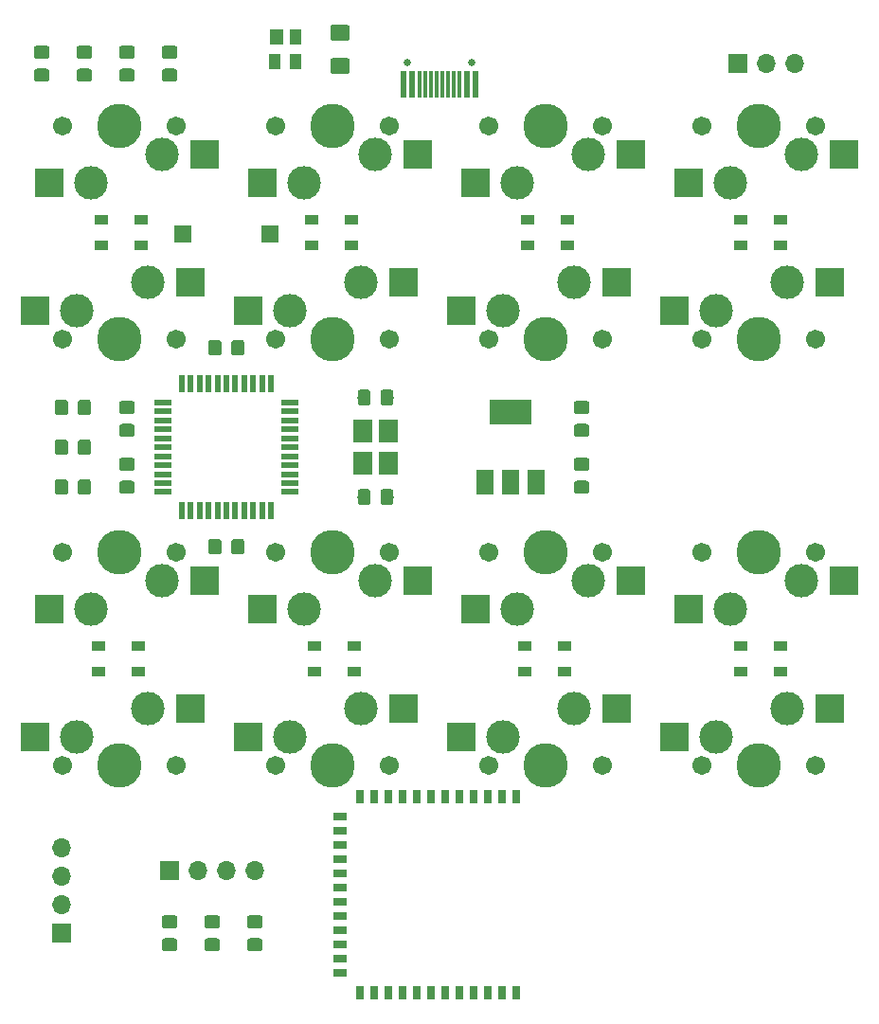
<source format=gbr>
G04 #@! TF.GenerationSoftware,KiCad,Pcbnew,(5.1.2)-2*
G04 #@! TF.CreationDate,2020-01-16T16:08:25+08:00*
G04 #@! TF.ProjectId,wingxx-receiver-v4,77696e67-7878-42d7-9265-636569766572,rev?*
G04 #@! TF.SameCoordinates,Original*
G04 #@! TF.FileFunction,Soldermask,Bot*
G04 #@! TF.FilePolarity,Negative*
%FSLAX46Y46*%
G04 Gerber Fmt 4.6, Leading zero omitted, Abs format (unit mm)*
G04 Created by KiCad (PCBNEW (5.1.2)-2) date 2020-01-16 16:08:25*
%MOMM*%
%LPD*%
G04 APERTURE LIST*
%ADD10O,1.700000X1.700000*%
%ADD11R,1.700000X1.700000*%
%ADD12R,0.698500X1.198880*%
%ADD13R,1.198880X0.698500*%
%ADD14R,1.300000X0.950000*%
%ADD15R,1.500000X1.500000*%
%ADD16R,1.800000X2.100000*%
%ADD17C,0.100000*%
%ADD18C,1.425000*%
%ADD19C,1.150000*%
%ADD20R,1.500000X0.550000*%
%ADD21R,0.550000X1.500000*%
%ADD22R,1.000000X1.400000*%
%ADD23R,1.200000X1.400000*%
%ADD24R,0.600000X2.450000*%
%ADD25R,0.300000X2.450000*%
%ADD26C,0.650000*%
%ADD27R,3.800000X2.200000*%
%ADD28R,1.500000X2.200000*%
%ADD29R,2.550000X2.500000*%
%ADD30C,1.701800*%
%ADD31C,3.987800*%
%ADD32C,3.000000*%
G04 APERTURE END LIST*
D10*
X97790000Y-135636000D03*
X95250000Y-135636000D03*
X92710000Y-135636000D03*
D11*
X90170000Y-135636000D03*
D12*
X107188000Y-146558000D03*
X114808000Y-129032000D03*
X116078000Y-129032000D03*
D13*
X105410000Y-144780000D03*
D12*
X109728000Y-146558000D03*
X110998000Y-146558000D03*
X112268000Y-146558000D03*
X113538000Y-146558000D03*
X114808000Y-146558000D03*
X116078000Y-146558000D03*
X117348000Y-146558000D03*
X118618000Y-146558000D03*
X119888000Y-146558000D03*
X121158000Y-129032000D03*
X119888000Y-129032000D03*
X118618000Y-129032000D03*
X117348000Y-129032000D03*
X113538000Y-129032000D03*
X112268000Y-129032000D03*
X110998000Y-129032000D03*
X109728000Y-129032000D03*
X108458000Y-129032000D03*
X107188000Y-129032000D03*
D13*
X105410000Y-130810000D03*
X105410000Y-132080000D03*
X105410000Y-133350000D03*
X105410000Y-134620000D03*
X105410000Y-135890000D03*
X105410000Y-137160000D03*
X105410000Y-138430000D03*
X105410000Y-139700000D03*
X105410000Y-140970000D03*
X105410000Y-142240000D03*
X105410000Y-143510000D03*
D12*
X121158000Y-146558000D03*
X108458000Y-146558000D03*
D14*
X84077000Y-77470000D03*
X87627000Y-77470000D03*
X102873000Y-77470000D03*
X106423000Y-77470000D03*
X122177000Y-77470000D03*
X125727000Y-77470000D03*
X141227000Y-77470000D03*
X144777000Y-77470000D03*
X84077000Y-79756000D03*
X87627000Y-79756000D03*
X102873000Y-79756000D03*
X106423000Y-79756000D03*
X122177000Y-79756000D03*
X125727000Y-79756000D03*
X141227000Y-79756000D03*
X144777000Y-79756000D03*
X83823000Y-115570000D03*
X87373000Y-115570000D03*
X103127000Y-115570000D03*
X106677000Y-115570000D03*
X121923000Y-115570000D03*
X125473000Y-115570000D03*
X141227000Y-115570000D03*
X144777000Y-115570000D03*
X83823000Y-117856000D03*
X87373000Y-117856000D03*
X103127000Y-117856000D03*
X106677000Y-117856000D03*
X121923000Y-117856000D03*
X125473000Y-117856000D03*
X141227000Y-117856000D03*
X144777000Y-117856000D03*
D15*
X99150000Y-78740000D03*
X91350000Y-78740000D03*
D16*
X109735000Y-99240000D03*
X109735000Y-96340000D03*
X107435000Y-96340000D03*
X107435000Y-99240000D03*
D17*
G36*
X106059504Y-63006204D02*
G01*
X106083773Y-63009804D01*
X106107571Y-63015765D01*
X106130671Y-63024030D01*
X106152849Y-63034520D01*
X106173893Y-63047133D01*
X106193598Y-63061747D01*
X106211777Y-63078223D01*
X106228253Y-63096402D01*
X106242867Y-63116107D01*
X106255480Y-63137151D01*
X106265970Y-63159329D01*
X106274235Y-63182429D01*
X106280196Y-63206227D01*
X106283796Y-63230496D01*
X106285000Y-63255000D01*
X106285000Y-64180000D01*
X106283796Y-64204504D01*
X106280196Y-64228773D01*
X106274235Y-64252571D01*
X106265970Y-64275671D01*
X106255480Y-64297849D01*
X106242867Y-64318893D01*
X106228253Y-64338598D01*
X106211777Y-64356777D01*
X106193598Y-64373253D01*
X106173893Y-64387867D01*
X106152849Y-64400480D01*
X106130671Y-64410970D01*
X106107571Y-64419235D01*
X106083773Y-64425196D01*
X106059504Y-64428796D01*
X106035000Y-64430000D01*
X104785000Y-64430000D01*
X104760496Y-64428796D01*
X104736227Y-64425196D01*
X104712429Y-64419235D01*
X104689329Y-64410970D01*
X104667151Y-64400480D01*
X104646107Y-64387867D01*
X104626402Y-64373253D01*
X104608223Y-64356777D01*
X104591747Y-64338598D01*
X104577133Y-64318893D01*
X104564520Y-64297849D01*
X104554030Y-64275671D01*
X104545765Y-64252571D01*
X104539804Y-64228773D01*
X104536204Y-64204504D01*
X104535000Y-64180000D01*
X104535000Y-63255000D01*
X104536204Y-63230496D01*
X104539804Y-63206227D01*
X104545765Y-63182429D01*
X104554030Y-63159329D01*
X104564520Y-63137151D01*
X104577133Y-63116107D01*
X104591747Y-63096402D01*
X104608223Y-63078223D01*
X104626402Y-63061747D01*
X104646107Y-63047133D01*
X104667151Y-63034520D01*
X104689329Y-63024030D01*
X104712429Y-63015765D01*
X104736227Y-63009804D01*
X104760496Y-63006204D01*
X104785000Y-63005000D01*
X106035000Y-63005000D01*
X106059504Y-63006204D01*
X106059504Y-63006204D01*
G37*
D18*
X105410000Y-63717500D03*
D17*
G36*
X106059504Y-60031204D02*
G01*
X106083773Y-60034804D01*
X106107571Y-60040765D01*
X106130671Y-60049030D01*
X106152849Y-60059520D01*
X106173893Y-60072133D01*
X106193598Y-60086747D01*
X106211777Y-60103223D01*
X106228253Y-60121402D01*
X106242867Y-60141107D01*
X106255480Y-60162151D01*
X106265970Y-60184329D01*
X106274235Y-60207429D01*
X106280196Y-60231227D01*
X106283796Y-60255496D01*
X106285000Y-60280000D01*
X106285000Y-61205000D01*
X106283796Y-61229504D01*
X106280196Y-61253773D01*
X106274235Y-61277571D01*
X106265970Y-61300671D01*
X106255480Y-61322849D01*
X106242867Y-61343893D01*
X106228253Y-61363598D01*
X106211777Y-61381777D01*
X106193598Y-61398253D01*
X106173893Y-61412867D01*
X106152849Y-61425480D01*
X106130671Y-61435970D01*
X106107571Y-61444235D01*
X106083773Y-61450196D01*
X106059504Y-61453796D01*
X106035000Y-61455000D01*
X104785000Y-61455000D01*
X104760496Y-61453796D01*
X104736227Y-61450196D01*
X104712429Y-61444235D01*
X104689329Y-61435970D01*
X104667151Y-61425480D01*
X104646107Y-61412867D01*
X104626402Y-61398253D01*
X104608223Y-61381777D01*
X104591747Y-61363598D01*
X104577133Y-61343893D01*
X104564520Y-61322849D01*
X104554030Y-61300671D01*
X104545765Y-61277571D01*
X104539804Y-61253773D01*
X104536204Y-61229504D01*
X104535000Y-61205000D01*
X104535000Y-60280000D01*
X104536204Y-60255496D01*
X104539804Y-60231227D01*
X104545765Y-60207429D01*
X104554030Y-60184329D01*
X104564520Y-60162151D01*
X104577133Y-60141107D01*
X104591747Y-60121402D01*
X104608223Y-60103223D01*
X104626402Y-60086747D01*
X104646107Y-60072133D01*
X104667151Y-60059520D01*
X104689329Y-60049030D01*
X104712429Y-60040765D01*
X104736227Y-60034804D01*
X104760496Y-60031204D01*
X104785000Y-60030000D01*
X106035000Y-60030000D01*
X106059504Y-60031204D01*
X106059504Y-60031204D01*
G37*
D18*
X105410000Y-60742500D03*
D17*
G36*
X80858505Y-97091204D02*
G01*
X80882773Y-97094804D01*
X80906572Y-97100765D01*
X80929671Y-97109030D01*
X80951850Y-97119520D01*
X80972893Y-97132132D01*
X80992599Y-97146747D01*
X81010777Y-97163223D01*
X81027253Y-97181401D01*
X81041868Y-97201107D01*
X81054480Y-97222150D01*
X81064970Y-97244329D01*
X81073235Y-97267428D01*
X81079196Y-97291227D01*
X81082796Y-97315495D01*
X81084000Y-97339999D01*
X81084000Y-98240001D01*
X81082796Y-98264505D01*
X81079196Y-98288773D01*
X81073235Y-98312572D01*
X81064970Y-98335671D01*
X81054480Y-98357850D01*
X81041868Y-98378893D01*
X81027253Y-98398599D01*
X81010777Y-98416777D01*
X80992599Y-98433253D01*
X80972893Y-98447868D01*
X80951850Y-98460480D01*
X80929671Y-98470970D01*
X80906572Y-98479235D01*
X80882773Y-98485196D01*
X80858505Y-98488796D01*
X80834001Y-98490000D01*
X80183999Y-98490000D01*
X80159495Y-98488796D01*
X80135227Y-98485196D01*
X80111428Y-98479235D01*
X80088329Y-98470970D01*
X80066150Y-98460480D01*
X80045107Y-98447868D01*
X80025401Y-98433253D01*
X80007223Y-98416777D01*
X79990747Y-98398599D01*
X79976132Y-98378893D01*
X79963520Y-98357850D01*
X79953030Y-98335671D01*
X79944765Y-98312572D01*
X79938804Y-98288773D01*
X79935204Y-98264505D01*
X79934000Y-98240001D01*
X79934000Y-97339999D01*
X79935204Y-97315495D01*
X79938804Y-97291227D01*
X79944765Y-97267428D01*
X79953030Y-97244329D01*
X79963520Y-97222150D01*
X79976132Y-97201107D01*
X79990747Y-97181401D01*
X80007223Y-97163223D01*
X80025401Y-97146747D01*
X80045107Y-97132132D01*
X80066150Y-97119520D01*
X80088329Y-97109030D01*
X80111428Y-97100765D01*
X80135227Y-97094804D01*
X80159495Y-97091204D01*
X80183999Y-97090000D01*
X80834001Y-97090000D01*
X80858505Y-97091204D01*
X80858505Y-97091204D01*
G37*
D19*
X80509000Y-97790000D03*
D17*
G36*
X82908505Y-97091204D02*
G01*
X82932773Y-97094804D01*
X82956572Y-97100765D01*
X82979671Y-97109030D01*
X83001850Y-97119520D01*
X83022893Y-97132132D01*
X83042599Y-97146747D01*
X83060777Y-97163223D01*
X83077253Y-97181401D01*
X83091868Y-97201107D01*
X83104480Y-97222150D01*
X83114970Y-97244329D01*
X83123235Y-97267428D01*
X83129196Y-97291227D01*
X83132796Y-97315495D01*
X83134000Y-97339999D01*
X83134000Y-98240001D01*
X83132796Y-98264505D01*
X83129196Y-98288773D01*
X83123235Y-98312572D01*
X83114970Y-98335671D01*
X83104480Y-98357850D01*
X83091868Y-98378893D01*
X83077253Y-98398599D01*
X83060777Y-98416777D01*
X83042599Y-98433253D01*
X83022893Y-98447868D01*
X83001850Y-98460480D01*
X82979671Y-98470970D01*
X82956572Y-98479235D01*
X82932773Y-98485196D01*
X82908505Y-98488796D01*
X82884001Y-98490000D01*
X82233999Y-98490000D01*
X82209495Y-98488796D01*
X82185227Y-98485196D01*
X82161428Y-98479235D01*
X82138329Y-98470970D01*
X82116150Y-98460480D01*
X82095107Y-98447868D01*
X82075401Y-98433253D01*
X82057223Y-98416777D01*
X82040747Y-98398599D01*
X82026132Y-98378893D01*
X82013520Y-98357850D01*
X82003030Y-98335671D01*
X81994765Y-98312572D01*
X81988804Y-98288773D01*
X81985204Y-98264505D01*
X81984000Y-98240001D01*
X81984000Y-97339999D01*
X81985204Y-97315495D01*
X81988804Y-97291227D01*
X81994765Y-97267428D01*
X82003030Y-97244329D01*
X82013520Y-97222150D01*
X82026132Y-97201107D01*
X82040747Y-97181401D01*
X82057223Y-97163223D01*
X82075401Y-97146747D01*
X82095107Y-97132132D01*
X82116150Y-97119520D01*
X82138329Y-97109030D01*
X82161428Y-97100765D01*
X82185227Y-97094804D01*
X82209495Y-97091204D01*
X82233999Y-97090000D01*
X82884001Y-97090000D01*
X82908505Y-97091204D01*
X82908505Y-97091204D01*
G37*
D19*
X82559000Y-97790000D03*
D17*
G36*
X82908505Y-93535204D02*
G01*
X82932773Y-93538804D01*
X82956572Y-93544765D01*
X82979671Y-93553030D01*
X83001850Y-93563520D01*
X83022893Y-93576132D01*
X83042599Y-93590747D01*
X83060777Y-93607223D01*
X83077253Y-93625401D01*
X83091868Y-93645107D01*
X83104480Y-93666150D01*
X83114970Y-93688329D01*
X83123235Y-93711428D01*
X83129196Y-93735227D01*
X83132796Y-93759495D01*
X83134000Y-93783999D01*
X83134000Y-94684001D01*
X83132796Y-94708505D01*
X83129196Y-94732773D01*
X83123235Y-94756572D01*
X83114970Y-94779671D01*
X83104480Y-94801850D01*
X83091868Y-94822893D01*
X83077253Y-94842599D01*
X83060777Y-94860777D01*
X83042599Y-94877253D01*
X83022893Y-94891868D01*
X83001850Y-94904480D01*
X82979671Y-94914970D01*
X82956572Y-94923235D01*
X82932773Y-94929196D01*
X82908505Y-94932796D01*
X82884001Y-94934000D01*
X82233999Y-94934000D01*
X82209495Y-94932796D01*
X82185227Y-94929196D01*
X82161428Y-94923235D01*
X82138329Y-94914970D01*
X82116150Y-94904480D01*
X82095107Y-94891868D01*
X82075401Y-94877253D01*
X82057223Y-94860777D01*
X82040747Y-94842599D01*
X82026132Y-94822893D01*
X82013520Y-94801850D01*
X82003030Y-94779671D01*
X81994765Y-94756572D01*
X81988804Y-94732773D01*
X81985204Y-94708505D01*
X81984000Y-94684001D01*
X81984000Y-93783999D01*
X81985204Y-93759495D01*
X81988804Y-93735227D01*
X81994765Y-93711428D01*
X82003030Y-93688329D01*
X82013520Y-93666150D01*
X82026132Y-93645107D01*
X82040747Y-93625401D01*
X82057223Y-93607223D01*
X82075401Y-93590747D01*
X82095107Y-93576132D01*
X82116150Y-93563520D01*
X82138329Y-93553030D01*
X82161428Y-93544765D01*
X82185227Y-93538804D01*
X82209495Y-93535204D01*
X82233999Y-93534000D01*
X82884001Y-93534000D01*
X82908505Y-93535204D01*
X82908505Y-93535204D01*
G37*
D19*
X82559000Y-94234000D03*
D17*
G36*
X80858505Y-93535204D02*
G01*
X80882773Y-93538804D01*
X80906572Y-93544765D01*
X80929671Y-93553030D01*
X80951850Y-93563520D01*
X80972893Y-93576132D01*
X80992599Y-93590747D01*
X81010777Y-93607223D01*
X81027253Y-93625401D01*
X81041868Y-93645107D01*
X81054480Y-93666150D01*
X81064970Y-93688329D01*
X81073235Y-93711428D01*
X81079196Y-93735227D01*
X81082796Y-93759495D01*
X81084000Y-93783999D01*
X81084000Y-94684001D01*
X81082796Y-94708505D01*
X81079196Y-94732773D01*
X81073235Y-94756572D01*
X81064970Y-94779671D01*
X81054480Y-94801850D01*
X81041868Y-94822893D01*
X81027253Y-94842599D01*
X81010777Y-94860777D01*
X80992599Y-94877253D01*
X80972893Y-94891868D01*
X80951850Y-94904480D01*
X80929671Y-94914970D01*
X80906572Y-94923235D01*
X80882773Y-94929196D01*
X80858505Y-94932796D01*
X80834001Y-94934000D01*
X80183999Y-94934000D01*
X80159495Y-94932796D01*
X80135227Y-94929196D01*
X80111428Y-94923235D01*
X80088329Y-94914970D01*
X80066150Y-94904480D01*
X80045107Y-94891868D01*
X80025401Y-94877253D01*
X80007223Y-94860777D01*
X79990747Y-94842599D01*
X79976132Y-94822893D01*
X79963520Y-94801850D01*
X79953030Y-94779671D01*
X79944765Y-94756572D01*
X79938804Y-94732773D01*
X79935204Y-94708505D01*
X79934000Y-94684001D01*
X79934000Y-93783999D01*
X79935204Y-93759495D01*
X79938804Y-93735227D01*
X79944765Y-93711428D01*
X79953030Y-93688329D01*
X79963520Y-93666150D01*
X79976132Y-93645107D01*
X79990747Y-93625401D01*
X80007223Y-93607223D01*
X80025401Y-93590747D01*
X80045107Y-93576132D01*
X80066150Y-93563520D01*
X80088329Y-93553030D01*
X80111428Y-93544765D01*
X80135227Y-93538804D01*
X80159495Y-93535204D01*
X80183999Y-93534000D01*
X80834001Y-93534000D01*
X80858505Y-93535204D01*
X80858505Y-93535204D01*
G37*
D19*
X80509000Y-94234000D03*
D17*
G36*
X90644505Y-63951204D02*
G01*
X90668773Y-63954804D01*
X90692572Y-63960765D01*
X90715671Y-63969030D01*
X90737850Y-63979520D01*
X90758893Y-63992132D01*
X90778599Y-64006747D01*
X90796777Y-64023223D01*
X90813253Y-64041401D01*
X90827868Y-64061107D01*
X90840480Y-64082150D01*
X90850970Y-64104329D01*
X90859235Y-64127428D01*
X90865196Y-64151227D01*
X90868796Y-64175495D01*
X90870000Y-64199999D01*
X90870000Y-64850001D01*
X90868796Y-64874505D01*
X90865196Y-64898773D01*
X90859235Y-64922572D01*
X90850970Y-64945671D01*
X90840480Y-64967850D01*
X90827868Y-64988893D01*
X90813253Y-65008599D01*
X90796777Y-65026777D01*
X90778599Y-65043253D01*
X90758893Y-65057868D01*
X90737850Y-65070480D01*
X90715671Y-65080970D01*
X90692572Y-65089235D01*
X90668773Y-65095196D01*
X90644505Y-65098796D01*
X90620001Y-65100000D01*
X89719999Y-65100000D01*
X89695495Y-65098796D01*
X89671227Y-65095196D01*
X89647428Y-65089235D01*
X89624329Y-65080970D01*
X89602150Y-65070480D01*
X89581107Y-65057868D01*
X89561401Y-65043253D01*
X89543223Y-65026777D01*
X89526747Y-65008599D01*
X89512132Y-64988893D01*
X89499520Y-64967850D01*
X89489030Y-64945671D01*
X89480765Y-64922572D01*
X89474804Y-64898773D01*
X89471204Y-64874505D01*
X89470000Y-64850001D01*
X89470000Y-64199999D01*
X89471204Y-64175495D01*
X89474804Y-64151227D01*
X89480765Y-64127428D01*
X89489030Y-64104329D01*
X89499520Y-64082150D01*
X89512132Y-64061107D01*
X89526747Y-64041401D01*
X89543223Y-64023223D01*
X89561401Y-64006747D01*
X89581107Y-63992132D01*
X89602150Y-63979520D01*
X89624329Y-63969030D01*
X89647428Y-63960765D01*
X89671227Y-63954804D01*
X89695495Y-63951204D01*
X89719999Y-63950000D01*
X90620001Y-63950000D01*
X90644505Y-63951204D01*
X90644505Y-63951204D01*
G37*
D19*
X90170000Y-64525000D03*
D17*
G36*
X90644505Y-61901204D02*
G01*
X90668773Y-61904804D01*
X90692572Y-61910765D01*
X90715671Y-61919030D01*
X90737850Y-61929520D01*
X90758893Y-61942132D01*
X90778599Y-61956747D01*
X90796777Y-61973223D01*
X90813253Y-61991401D01*
X90827868Y-62011107D01*
X90840480Y-62032150D01*
X90850970Y-62054329D01*
X90859235Y-62077428D01*
X90865196Y-62101227D01*
X90868796Y-62125495D01*
X90870000Y-62149999D01*
X90870000Y-62800001D01*
X90868796Y-62824505D01*
X90865196Y-62848773D01*
X90859235Y-62872572D01*
X90850970Y-62895671D01*
X90840480Y-62917850D01*
X90827868Y-62938893D01*
X90813253Y-62958599D01*
X90796777Y-62976777D01*
X90778599Y-62993253D01*
X90758893Y-63007868D01*
X90737850Y-63020480D01*
X90715671Y-63030970D01*
X90692572Y-63039235D01*
X90668773Y-63045196D01*
X90644505Y-63048796D01*
X90620001Y-63050000D01*
X89719999Y-63050000D01*
X89695495Y-63048796D01*
X89671227Y-63045196D01*
X89647428Y-63039235D01*
X89624329Y-63030970D01*
X89602150Y-63020480D01*
X89581107Y-63007868D01*
X89561401Y-62993253D01*
X89543223Y-62976777D01*
X89526747Y-62958599D01*
X89512132Y-62938893D01*
X89499520Y-62917850D01*
X89489030Y-62895671D01*
X89480765Y-62872572D01*
X89474804Y-62848773D01*
X89471204Y-62824505D01*
X89470000Y-62800001D01*
X89470000Y-62149999D01*
X89471204Y-62125495D01*
X89474804Y-62101227D01*
X89480765Y-62077428D01*
X89489030Y-62054329D01*
X89499520Y-62032150D01*
X89512132Y-62011107D01*
X89526747Y-61991401D01*
X89543223Y-61973223D01*
X89561401Y-61956747D01*
X89581107Y-61942132D01*
X89602150Y-61929520D01*
X89624329Y-61919030D01*
X89647428Y-61910765D01*
X89671227Y-61904804D01*
X89695495Y-61901204D01*
X89719999Y-61900000D01*
X90620001Y-61900000D01*
X90644505Y-61901204D01*
X90644505Y-61901204D01*
G37*
D19*
X90170000Y-62475000D03*
D17*
G36*
X86834505Y-63951204D02*
G01*
X86858773Y-63954804D01*
X86882572Y-63960765D01*
X86905671Y-63969030D01*
X86927850Y-63979520D01*
X86948893Y-63992132D01*
X86968599Y-64006747D01*
X86986777Y-64023223D01*
X87003253Y-64041401D01*
X87017868Y-64061107D01*
X87030480Y-64082150D01*
X87040970Y-64104329D01*
X87049235Y-64127428D01*
X87055196Y-64151227D01*
X87058796Y-64175495D01*
X87060000Y-64199999D01*
X87060000Y-64850001D01*
X87058796Y-64874505D01*
X87055196Y-64898773D01*
X87049235Y-64922572D01*
X87040970Y-64945671D01*
X87030480Y-64967850D01*
X87017868Y-64988893D01*
X87003253Y-65008599D01*
X86986777Y-65026777D01*
X86968599Y-65043253D01*
X86948893Y-65057868D01*
X86927850Y-65070480D01*
X86905671Y-65080970D01*
X86882572Y-65089235D01*
X86858773Y-65095196D01*
X86834505Y-65098796D01*
X86810001Y-65100000D01*
X85909999Y-65100000D01*
X85885495Y-65098796D01*
X85861227Y-65095196D01*
X85837428Y-65089235D01*
X85814329Y-65080970D01*
X85792150Y-65070480D01*
X85771107Y-65057868D01*
X85751401Y-65043253D01*
X85733223Y-65026777D01*
X85716747Y-65008599D01*
X85702132Y-64988893D01*
X85689520Y-64967850D01*
X85679030Y-64945671D01*
X85670765Y-64922572D01*
X85664804Y-64898773D01*
X85661204Y-64874505D01*
X85660000Y-64850001D01*
X85660000Y-64199999D01*
X85661204Y-64175495D01*
X85664804Y-64151227D01*
X85670765Y-64127428D01*
X85679030Y-64104329D01*
X85689520Y-64082150D01*
X85702132Y-64061107D01*
X85716747Y-64041401D01*
X85733223Y-64023223D01*
X85751401Y-64006747D01*
X85771107Y-63992132D01*
X85792150Y-63979520D01*
X85814329Y-63969030D01*
X85837428Y-63960765D01*
X85861227Y-63954804D01*
X85885495Y-63951204D01*
X85909999Y-63950000D01*
X86810001Y-63950000D01*
X86834505Y-63951204D01*
X86834505Y-63951204D01*
G37*
D19*
X86360000Y-64525000D03*
D17*
G36*
X86834505Y-61901204D02*
G01*
X86858773Y-61904804D01*
X86882572Y-61910765D01*
X86905671Y-61919030D01*
X86927850Y-61929520D01*
X86948893Y-61942132D01*
X86968599Y-61956747D01*
X86986777Y-61973223D01*
X87003253Y-61991401D01*
X87017868Y-62011107D01*
X87030480Y-62032150D01*
X87040970Y-62054329D01*
X87049235Y-62077428D01*
X87055196Y-62101227D01*
X87058796Y-62125495D01*
X87060000Y-62149999D01*
X87060000Y-62800001D01*
X87058796Y-62824505D01*
X87055196Y-62848773D01*
X87049235Y-62872572D01*
X87040970Y-62895671D01*
X87030480Y-62917850D01*
X87017868Y-62938893D01*
X87003253Y-62958599D01*
X86986777Y-62976777D01*
X86968599Y-62993253D01*
X86948893Y-63007868D01*
X86927850Y-63020480D01*
X86905671Y-63030970D01*
X86882572Y-63039235D01*
X86858773Y-63045196D01*
X86834505Y-63048796D01*
X86810001Y-63050000D01*
X85909999Y-63050000D01*
X85885495Y-63048796D01*
X85861227Y-63045196D01*
X85837428Y-63039235D01*
X85814329Y-63030970D01*
X85792150Y-63020480D01*
X85771107Y-63007868D01*
X85751401Y-62993253D01*
X85733223Y-62976777D01*
X85716747Y-62958599D01*
X85702132Y-62938893D01*
X85689520Y-62917850D01*
X85679030Y-62895671D01*
X85670765Y-62872572D01*
X85664804Y-62848773D01*
X85661204Y-62824505D01*
X85660000Y-62800001D01*
X85660000Y-62149999D01*
X85661204Y-62125495D01*
X85664804Y-62101227D01*
X85670765Y-62077428D01*
X85679030Y-62054329D01*
X85689520Y-62032150D01*
X85702132Y-62011107D01*
X85716747Y-61991401D01*
X85733223Y-61973223D01*
X85751401Y-61956747D01*
X85771107Y-61942132D01*
X85792150Y-61929520D01*
X85814329Y-61919030D01*
X85837428Y-61910765D01*
X85861227Y-61904804D01*
X85885495Y-61901204D01*
X85909999Y-61900000D01*
X86810001Y-61900000D01*
X86834505Y-61901204D01*
X86834505Y-61901204D01*
G37*
D19*
X86360000Y-62475000D03*
D17*
G36*
X83024505Y-63951204D02*
G01*
X83048773Y-63954804D01*
X83072572Y-63960765D01*
X83095671Y-63969030D01*
X83117850Y-63979520D01*
X83138893Y-63992132D01*
X83158599Y-64006747D01*
X83176777Y-64023223D01*
X83193253Y-64041401D01*
X83207868Y-64061107D01*
X83220480Y-64082150D01*
X83230970Y-64104329D01*
X83239235Y-64127428D01*
X83245196Y-64151227D01*
X83248796Y-64175495D01*
X83250000Y-64199999D01*
X83250000Y-64850001D01*
X83248796Y-64874505D01*
X83245196Y-64898773D01*
X83239235Y-64922572D01*
X83230970Y-64945671D01*
X83220480Y-64967850D01*
X83207868Y-64988893D01*
X83193253Y-65008599D01*
X83176777Y-65026777D01*
X83158599Y-65043253D01*
X83138893Y-65057868D01*
X83117850Y-65070480D01*
X83095671Y-65080970D01*
X83072572Y-65089235D01*
X83048773Y-65095196D01*
X83024505Y-65098796D01*
X83000001Y-65100000D01*
X82099999Y-65100000D01*
X82075495Y-65098796D01*
X82051227Y-65095196D01*
X82027428Y-65089235D01*
X82004329Y-65080970D01*
X81982150Y-65070480D01*
X81961107Y-65057868D01*
X81941401Y-65043253D01*
X81923223Y-65026777D01*
X81906747Y-65008599D01*
X81892132Y-64988893D01*
X81879520Y-64967850D01*
X81869030Y-64945671D01*
X81860765Y-64922572D01*
X81854804Y-64898773D01*
X81851204Y-64874505D01*
X81850000Y-64850001D01*
X81850000Y-64199999D01*
X81851204Y-64175495D01*
X81854804Y-64151227D01*
X81860765Y-64127428D01*
X81869030Y-64104329D01*
X81879520Y-64082150D01*
X81892132Y-64061107D01*
X81906747Y-64041401D01*
X81923223Y-64023223D01*
X81941401Y-64006747D01*
X81961107Y-63992132D01*
X81982150Y-63979520D01*
X82004329Y-63969030D01*
X82027428Y-63960765D01*
X82051227Y-63954804D01*
X82075495Y-63951204D01*
X82099999Y-63950000D01*
X83000001Y-63950000D01*
X83024505Y-63951204D01*
X83024505Y-63951204D01*
G37*
D19*
X82550000Y-64525000D03*
D17*
G36*
X83024505Y-61901204D02*
G01*
X83048773Y-61904804D01*
X83072572Y-61910765D01*
X83095671Y-61919030D01*
X83117850Y-61929520D01*
X83138893Y-61942132D01*
X83158599Y-61956747D01*
X83176777Y-61973223D01*
X83193253Y-61991401D01*
X83207868Y-62011107D01*
X83220480Y-62032150D01*
X83230970Y-62054329D01*
X83239235Y-62077428D01*
X83245196Y-62101227D01*
X83248796Y-62125495D01*
X83250000Y-62149999D01*
X83250000Y-62800001D01*
X83248796Y-62824505D01*
X83245196Y-62848773D01*
X83239235Y-62872572D01*
X83230970Y-62895671D01*
X83220480Y-62917850D01*
X83207868Y-62938893D01*
X83193253Y-62958599D01*
X83176777Y-62976777D01*
X83158599Y-62993253D01*
X83138893Y-63007868D01*
X83117850Y-63020480D01*
X83095671Y-63030970D01*
X83072572Y-63039235D01*
X83048773Y-63045196D01*
X83024505Y-63048796D01*
X83000001Y-63050000D01*
X82099999Y-63050000D01*
X82075495Y-63048796D01*
X82051227Y-63045196D01*
X82027428Y-63039235D01*
X82004329Y-63030970D01*
X81982150Y-63020480D01*
X81961107Y-63007868D01*
X81941401Y-62993253D01*
X81923223Y-62976777D01*
X81906747Y-62958599D01*
X81892132Y-62938893D01*
X81879520Y-62917850D01*
X81869030Y-62895671D01*
X81860765Y-62872572D01*
X81854804Y-62848773D01*
X81851204Y-62824505D01*
X81850000Y-62800001D01*
X81850000Y-62149999D01*
X81851204Y-62125495D01*
X81854804Y-62101227D01*
X81860765Y-62077428D01*
X81869030Y-62054329D01*
X81879520Y-62032150D01*
X81892132Y-62011107D01*
X81906747Y-61991401D01*
X81923223Y-61973223D01*
X81941401Y-61956747D01*
X81961107Y-61942132D01*
X81982150Y-61929520D01*
X82004329Y-61919030D01*
X82027428Y-61910765D01*
X82051227Y-61904804D01*
X82075495Y-61901204D01*
X82099999Y-61900000D01*
X83000001Y-61900000D01*
X83024505Y-61901204D01*
X83024505Y-61901204D01*
G37*
D19*
X82550000Y-62475000D03*
D17*
G36*
X79214505Y-63951204D02*
G01*
X79238773Y-63954804D01*
X79262572Y-63960765D01*
X79285671Y-63969030D01*
X79307850Y-63979520D01*
X79328893Y-63992132D01*
X79348599Y-64006747D01*
X79366777Y-64023223D01*
X79383253Y-64041401D01*
X79397868Y-64061107D01*
X79410480Y-64082150D01*
X79420970Y-64104329D01*
X79429235Y-64127428D01*
X79435196Y-64151227D01*
X79438796Y-64175495D01*
X79440000Y-64199999D01*
X79440000Y-64850001D01*
X79438796Y-64874505D01*
X79435196Y-64898773D01*
X79429235Y-64922572D01*
X79420970Y-64945671D01*
X79410480Y-64967850D01*
X79397868Y-64988893D01*
X79383253Y-65008599D01*
X79366777Y-65026777D01*
X79348599Y-65043253D01*
X79328893Y-65057868D01*
X79307850Y-65070480D01*
X79285671Y-65080970D01*
X79262572Y-65089235D01*
X79238773Y-65095196D01*
X79214505Y-65098796D01*
X79190001Y-65100000D01*
X78289999Y-65100000D01*
X78265495Y-65098796D01*
X78241227Y-65095196D01*
X78217428Y-65089235D01*
X78194329Y-65080970D01*
X78172150Y-65070480D01*
X78151107Y-65057868D01*
X78131401Y-65043253D01*
X78113223Y-65026777D01*
X78096747Y-65008599D01*
X78082132Y-64988893D01*
X78069520Y-64967850D01*
X78059030Y-64945671D01*
X78050765Y-64922572D01*
X78044804Y-64898773D01*
X78041204Y-64874505D01*
X78040000Y-64850001D01*
X78040000Y-64199999D01*
X78041204Y-64175495D01*
X78044804Y-64151227D01*
X78050765Y-64127428D01*
X78059030Y-64104329D01*
X78069520Y-64082150D01*
X78082132Y-64061107D01*
X78096747Y-64041401D01*
X78113223Y-64023223D01*
X78131401Y-64006747D01*
X78151107Y-63992132D01*
X78172150Y-63979520D01*
X78194329Y-63969030D01*
X78217428Y-63960765D01*
X78241227Y-63954804D01*
X78265495Y-63951204D01*
X78289999Y-63950000D01*
X79190001Y-63950000D01*
X79214505Y-63951204D01*
X79214505Y-63951204D01*
G37*
D19*
X78740000Y-64525000D03*
D17*
G36*
X79214505Y-61901204D02*
G01*
X79238773Y-61904804D01*
X79262572Y-61910765D01*
X79285671Y-61919030D01*
X79307850Y-61929520D01*
X79328893Y-61942132D01*
X79348599Y-61956747D01*
X79366777Y-61973223D01*
X79383253Y-61991401D01*
X79397868Y-62011107D01*
X79410480Y-62032150D01*
X79420970Y-62054329D01*
X79429235Y-62077428D01*
X79435196Y-62101227D01*
X79438796Y-62125495D01*
X79440000Y-62149999D01*
X79440000Y-62800001D01*
X79438796Y-62824505D01*
X79435196Y-62848773D01*
X79429235Y-62872572D01*
X79420970Y-62895671D01*
X79410480Y-62917850D01*
X79397868Y-62938893D01*
X79383253Y-62958599D01*
X79366777Y-62976777D01*
X79348599Y-62993253D01*
X79328893Y-63007868D01*
X79307850Y-63020480D01*
X79285671Y-63030970D01*
X79262572Y-63039235D01*
X79238773Y-63045196D01*
X79214505Y-63048796D01*
X79190001Y-63050000D01*
X78289999Y-63050000D01*
X78265495Y-63048796D01*
X78241227Y-63045196D01*
X78217428Y-63039235D01*
X78194329Y-63030970D01*
X78172150Y-63020480D01*
X78151107Y-63007868D01*
X78131401Y-62993253D01*
X78113223Y-62976777D01*
X78096747Y-62958599D01*
X78082132Y-62938893D01*
X78069520Y-62917850D01*
X78059030Y-62895671D01*
X78050765Y-62872572D01*
X78044804Y-62848773D01*
X78041204Y-62824505D01*
X78040000Y-62800001D01*
X78040000Y-62149999D01*
X78041204Y-62125495D01*
X78044804Y-62101227D01*
X78050765Y-62077428D01*
X78059030Y-62054329D01*
X78069520Y-62032150D01*
X78082132Y-62011107D01*
X78096747Y-61991401D01*
X78113223Y-61973223D01*
X78131401Y-61956747D01*
X78151107Y-61942132D01*
X78172150Y-61929520D01*
X78194329Y-61919030D01*
X78217428Y-61910765D01*
X78241227Y-61904804D01*
X78265495Y-61901204D01*
X78289999Y-61900000D01*
X79190001Y-61900000D01*
X79214505Y-61901204D01*
X79214505Y-61901204D01*
G37*
D19*
X78740000Y-62475000D03*
D17*
G36*
X127474505Y-95701204D02*
G01*
X127498773Y-95704804D01*
X127522572Y-95710765D01*
X127545671Y-95719030D01*
X127567850Y-95729520D01*
X127588893Y-95742132D01*
X127608599Y-95756747D01*
X127626777Y-95773223D01*
X127643253Y-95791401D01*
X127657868Y-95811107D01*
X127670480Y-95832150D01*
X127680970Y-95854329D01*
X127689235Y-95877428D01*
X127695196Y-95901227D01*
X127698796Y-95925495D01*
X127700000Y-95949999D01*
X127700000Y-96600001D01*
X127698796Y-96624505D01*
X127695196Y-96648773D01*
X127689235Y-96672572D01*
X127680970Y-96695671D01*
X127670480Y-96717850D01*
X127657868Y-96738893D01*
X127643253Y-96758599D01*
X127626777Y-96776777D01*
X127608599Y-96793253D01*
X127588893Y-96807868D01*
X127567850Y-96820480D01*
X127545671Y-96830970D01*
X127522572Y-96839235D01*
X127498773Y-96845196D01*
X127474505Y-96848796D01*
X127450001Y-96850000D01*
X126549999Y-96850000D01*
X126525495Y-96848796D01*
X126501227Y-96845196D01*
X126477428Y-96839235D01*
X126454329Y-96830970D01*
X126432150Y-96820480D01*
X126411107Y-96807868D01*
X126391401Y-96793253D01*
X126373223Y-96776777D01*
X126356747Y-96758599D01*
X126342132Y-96738893D01*
X126329520Y-96717850D01*
X126319030Y-96695671D01*
X126310765Y-96672572D01*
X126304804Y-96648773D01*
X126301204Y-96624505D01*
X126300000Y-96600001D01*
X126300000Y-95949999D01*
X126301204Y-95925495D01*
X126304804Y-95901227D01*
X126310765Y-95877428D01*
X126319030Y-95854329D01*
X126329520Y-95832150D01*
X126342132Y-95811107D01*
X126356747Y-95791401D01*
X126373223Y-95773223D01*
X126391401Y-95756747D01*
X126411107Y-95742132D01*
X126432150Y-95729520D01*
X126454329Y-95719030D01*
X126477428Y-95710765D01*
X126501227Y-95704804D01*
X126525495Y-95701204D01*
X126549999Y-95700000D01*
X127450001Y-95700000D01*
X127474505Y-95701204D01*
X127474505Y-95701204D01*
G37*
D19*
X127000000Y-96275000D03*
D17*
G36*
X127474505Y-93651204D02*
G01*
X127498773Y-93654804D01*
X127522572Y-93660765D01*
X127545671Y-93669030D01*
X127567850Y-93679520D01*
X127588893Y-93692132D01*
X127608599Y-93706747D01*
X127626777Y-93723223D01*
X127643253Y-93741401D01*
X127657868Y-93761107D01*
X127670480Y-93782150D01*
X127680970Y-93804329D01*
X127689235Y-93827428D01*
X127695196Y-93851227D01*
X127698796Y-93875495D01*
X127700000Y-93899999D01*
X127700000Y-94550001D01*
X127698796Y-94574505D01*
X127695196Y-94598773D01*
X127689235Y-94622572D01*
X127680970Y-94645671D01*
X127670480Y-94667850D01*
X127657868Y-94688893D01*
X127643253Y-94708599D01*
X127626777Y-94726777D01*
X127608599Y-94743253D01*
X127588893Y-94757868D01*
X127567850Y-94770480D01*
X127545671Y-94780970D01*
X127522572Y-94789235D01*
X127498773Y-94795196D01*
X127474505Y-94798796D01*
X127450001Y-94800000D01*
X126549999Y-94800000D01*
X126525495Y-94798796D01*
X126501227Y-94795196D01*
X126477428Y-94789235D01*
X126454329Y-94780970D01*
X126432150Y-94770480D01*
X126411107Y-94757868D01*
X126391401Y-94743253D01*
X126373223Y-94726777D01*
X126356747Y-94708599D01*
X126342132Y-94688893D01*
X126329520Y-94667850D01*
X126319030Y-94645671D01*
X126310765Y-94622572D01*
X126304804Y-94598773D01*
X126301204Y-94574505D01*
X126300000Y-94550001D01*
X126300000Y-93899999D01*
X126301204Y-93875495D01*
X126304804Y-93851227D01*
X126310765Y-93827428D01*
X126319030Y-93804329D01*
X126329520Y-93782150D01*
X126342132Y-93761107D01*
X126356747Y-93741401D01*
X126373223Y-93723223D01*
X126391401Y-93706747D01*
X126411107Y-93692132D01*
X126432150Y-93679520D01*
X126454329Y-93669030D01*
X126477428Y-93660765D01*
X126501227Y-93654804D01*
X126525495Y-93651204D01*
X126549999Y-93650000D01*
X127450001Y-93650000D01*
X127474505Y-93651204D01*
X127474505Y-93651204D01*
G37*
D19*
X127000000Y-94225000D03*
D17*
G36*
X127474505Y-100781204D02*
G01*
X127498773Y-100784804D01*
X127522572Y-100790765D01*
X127545671Y-100799030D01*
X127567850Y-100809520D01*
X127588893Y-100822132D01*
X127608599Y-100836747D01*
X127626777Y-100853223D01*
X127643253Y-100871401D01*
X127657868Y-100891107D01*
X127670480Y-100912150D01*
X127680970Y-100934329D01*
X127689235Y-100957428D01*
X127695196Y-100981227D01*
X127698796Y-101005495D01*
X127700000Y-101029999D01*
X127700000Y-101680001D01*
X127698796Y-101704505D01*
X127695196Y-101728773D01*
X127689235Y-101752572D01*
X127680970Y-101775671D01*
X127670480Y-101797850D01*
X127657868Y-101818893D01*
X127643253Y-101838599D01*
X127626777Y-101856777D01*
X127608599Y-101873253D01*
X127588893Y-101887868D01*
X127567850Y-101900480D01*
X127545671Y-101910970D01*
X127522572Y-101919235D01*
X127498773Y-101925196D01*
X127474505Y-101928796D01*
X127450001Y-101930000D01*
X126549999Y-101930000D01*
X126525495Y-101928796D01*
X126501227Y-101925196D01*
X126477428Y-101919235D01*
X126454329Y-101910970D01*
X126432150Y-101900480D01*
X126411107Y-101887868D01*
X126391401Y-101873253D01*
X126373223Y-101856777D01*
X126356747Y-101838599D01*
X126342132Y-101818893D01*
X126329520Y-101797850D01*
X126319030Y-101775671D01*
X126310765Y-101752572D01*
X126304804Y-101728773D01*
X126301204Y-101704505D01*
X126300000Y-101680001D01*
X126300000Y-101029999D01*
X126301204Y-101005495D01*
X126304804Y-100981227D01*
X126310765Y-100957428D01*
X126319030Y-100934329D01*
X126329520Y-100912150D01*
X126342132Y-100891107D01*
X126356747Y-100871401D01*
X126373223Y-100853223D01*
X126391401Y-100836747D01*
X126411107Y-100822132D01*
X126432150Y-100809520D01*
X126454329Y-100799030D01*
X126477428Y-100790765D01*
X126501227Y-100784804D01*
X126525495Y-100781204D01*
X126549999Y-100780000D01*
X127450001Y-100780000D01*
X127474505Y-100781204D01*
X127474505Y-100781204D01*
G37*
D19*
X127000000Y-101355000D03*
D17*
G36*
X127474505Y-98731204D02*
G01*
X127498773Y-98734804D01*
X127522572Y-98740765D01*
X127545671Y-98749030D01*
X127567850Y-98759520D01*
X127588893Y-98772132D01*
X127608599Y-98786747D01*
X127626777Y-98803223D01*
X127643253Y-98821401D01*
X127657868Y-98841107D01*
X127670480Y-98862150D01*
X127680970Y-98884329D01*
X127689235Y-98907428D01*
X127695196Y-98931227D01*
X127698796Y-98955495D01*
X127700000Y-98979999D01*
X127700000Y-99630001D01*
X127698796Y-99654505D01*
X127695196Y-99678773D01*
X127689235Y-99702572D01*
X127680970Y-99725671D01*
X127670480Y-99747850D01*
X127657868Y-99768893D01*
X127643253Y-99788599D01*
X127626777Y-99806777D01*
X127608599Y-99823253D01*
X127588893Y-99837868D01*
X127567850Y-99850480D01*
X127545671Y-99860970D01*
X127522572Y-99869235D01*
X127498773Y-99875196D01*
X127474505Y-99878796D01*
X127450001Y-99880000D01*
X126549999Y-99880000D01*
X126525495Y-99878796D01*
X126501227Y-99875196D01*
X126477428Y-99869235D01*
X126454329Y-99860970D01*
X126432150Y-99850480D01*
X126411107Y-99837868D01*
X126391401Y-99823253D01*
X126373223Y-99806777D01*
X126356747Y-99788599D01*
X126342132Y-99768893D01*
X126329520Y-99747850D01*
X126319030Y-99725671D01*
X126310765Y-99702572D01*
X126304804Y-99678773D01*
X126301204Y-99654505D01*
X126300000Y-99630001D01*
X126300000Y-98979999D01*
X126301204Y-98955495D01*
X126304804Y-98931227D01*
X126310765Y-98907428D01*
X126319030Y-98884329D01*
X126329520Y-98862150D01*
X126342132Y-98841107D01*
X126356747Y-98821401D01*
X126373223Y-98803223D01*
X126391401Y-98786747D01*
X126411107Y-98772132D01*
X126432150Y-98759520D01*
X126454329Y-98749030D01*
X126477428Y-98740765D01*
X126501227Y-98734804D01*
X126525495Y-98731204D01*
X126549999Y-98730000D01*
X127450001Y-98730000D01*
X127474505Y-98731204D01*
X127474505Y-98731204D01*
G37*
D19*
X127000000Y-99305000D03*
D17*
G36*
X86834505Y-100781204D02*
G01*
X86858773Y-100784804D01*
X86882572Y-100790765D01*
X86905671Y-100799030D01*
X86927850Y-100809520D01*
X86948893Y-100822132D01*
X86968599Y-100836747D01*
X86986777Y-100853223D01*
X87003253Y-100871401D01*
X87017868Y-100891107D01*
X87030480Y-100912150D01*
X87040970Y-100934329D01*
X87049235Y-100957428D01*
X87055196Y-100981227D01*
X87058796Y-101005495D01*
X87060000Y-101029999D01*
X87060000Y-101680001D01*
X87058796Y-101704505D01*
X87055196Y-101728773D01*
X87049235Y-101752572D01*
X87040970Y-101775671D01*
X87030480Y-101797850D01*
X87017868Y-101818893D01*
X87003253Y-101838599D01*
X86986777Y-101856777D01*
X86968599Y-101873253D01*
X86948893Y-101887868D01*
X86927850Y-101900480D01*
X86905671Y-101910970D01*
X86882572Y-101919235D01*
X86858773Y-101925196D01*
X86834505Y-101928796D01*
X86810001Y-101930000D01*
X85909999Y-101930000D01*
X85885495Y-101928796D01*
X85861227Y-101925196D01*
X85837428Y-101919235D01*
X85814329Y-101910970D01*
X85792150Y-101900480D01*
X85771107Y-101887868D01*
X85751401Y-101873253D01*
X85733223Y-101856777D01*
X85716747Y-101838599D01*
X85702132Y-101818893D01*
X85689520Y-101797850D01*
X85679030Y-101775671D01*
X85670765Y-101752572D01*
X85664804Y-101728773D01*
X85661204Y-101704505D01*
X85660000Y-101680001D01*
X85660000Y-101029999D01*
X85661204Y-101005495D01*
X85664804Y-100981227D01*
X85670765Y-100957428D01*
X85679030Y-100934329D01*
X85689520Y-100912150D01*
X85702132Y-100891107D01*
X85716747Y-100871401D01*
X85733223Y-100853223D01*
X85751401Y-100836747D01*
X85771107Y-100822132D01*
X85792150Y-100809520D01*
X85814329Y-100799030D01*
X85837428Y-100790765D01*
X85861227Y-100784804D01*
X85885495Y-100781204D01*
X85909999Y-100780000D01*
X86810001Y-100780000D01*
X86834505Y-100781204D01*
X86834505Y-100781204D01*
G37*
D19*
X86360000Y-101355000D03*
D17*
G36*
X86834505Y-98731204D02*
G01*
X86858773Y-98734804D01*
X86882572Y-98740765D01*
X86905671Y-98749030D01*
X86927850Y-98759520D01*
X86948893Y-98772132D01*
X86968599Y-98786747D01*
X86986777Y-98803223D01*
X87003253Y-98821401D01*
X87017868Y-98841107D01*
X87030480Y-98862150D01*
X87040970Y-98884329D01*
X87049235Y-98907428D01*
X87055196Y-98931227D01*
X87058796Y-98955495D01*
X87060000Y-98979999D01*
X87060000Y-99630001D01*
X87058796Y-99654505D01*
X87055196Y-99678773D01*
X87049235Y-99702572D01*
X87040970Y-99725671D01*
X87030480Y-99747850D01*
X87017868Y-99768893D01*
X87003253Y-99788599D01*
X86986777Y-99806777D01*
X86968599Y-99823253D01*
X86948893Y-99837868D01*
X86927850Y-99850480D01*
X86905671Y-99860970D01*
X86882572Y-99869235D01*
X86858773Y-99875196D01*
X86834505Y-99878796D01*
X86810001Y-99880000D01*
X85909999Y-99880000D01*
X85885495Y-99878796D01*
X85861227Y-99875196D01*
X85837428Y-99869235D01*
X85814329Y-99860970D01*
X85792150Y-99850480D01*
X85771107Y-99837868D01*
X85751401Y-99823253D01*
X85733223Y-99806777D01*
X85716747Y-99788599D01*
X85702132Y-99768893D01*
X85689520Y-99747850D01*
X85679030Y-99725671D01*
X85670765Y-99702572D01*
X85664804Y-99678773D01*
X85661204Y-99654505D01*
X85660000Y-99630001D01*
X85660000Y-98979999D01*
X85661204Y-98955495D01*
X85664804Y-98931227D01*
X85670765Y-98907428D01*
X85679030Y-98884329D01*
X85689520Y-98862150D01*
X85702132Y-98841107D01*
X85716747Y-98821401D01*
X85733223Y-98803223D01*
X85751401Y-98786747D01*
X85771107Y-98772132D01*
X85792150Y-98759520D01*
X85814329Y-98749030D01*
X85837428Y-98740765D01*
X85861227Y-98734804D01*
X85885495Y-98731204D01*
X85909999Y-98730000D01*
X86810001Y-98730000D01*
X86834505Y-98731204D01*
X86834505Y-98731204D01*
G37*
D19*
X86360000Y-99305000D03*
D17*
G36*
X86834505Y-95701204D02*
G01*
X86858773Y-95704804D01*
X86882572Y-95710765D01*
X86905671Y-95719030D01*
X86927850Y-95729520D01*
X86948893Y-95742132D01*
X86968599Y-95756747D01*
X86986777Y-95773223D01*
X87003253Y-95791401D01*
X87017868Y-95811107D01*
X87030480Y-95832150D01*
X87040970Y-95854329D01*
X87049235Y-95877428D01*
X87055196Y-95901227D01*
X87058796Y-95925495D01*
X87060000Y-95949999D01*
X87060000Y-96600001D01*
X87058796Y-96624505D01*
X87055196Y-96648773D01*
X87049235Y-96672572D01*
X87040970Y-96695671D01*
X87030480Y-96717850D01*
X87017868Y-96738893D01*
X87003253Y-96758599D01*
X86986777Y-96776777D01*
X86968599Y-96793253D01*
X86948893Y-96807868D01*
X86927850Y-96820480D01*
X86905671Y-96830970D01*
X86882572Y-96839235D01*
X86858773Y-96845196D01*
X86834505Y-96848796D01*
X86810001Y-96850000D01*
X85909999Y-96850000D01*
X85885495Y-96848796D01*
X85861227Y-96845196D01*
X85837428Y-96839235D01*
X85814329Y-96830970D01*
X85792150Y-96820480D01*
X85771107Y-96807868D01*
X85751401Y-96793253D01*
X85733223Y-96776777D01*
X85716747Y-96758599D01*
X85702132Y-96738893D01*
X85689520Y-96717850D01*
X85679030Y-96695671D01*
X85670765Y-96672572D01*
X85664804Y-96648773D01*
X85661204Y-96624505D01*
X85660000Y-96600001D01*
X85660000Y-95949999D01*
X85661204Y-95925495D01*
X85664804Y-95901227D01*
X85670765Y-95877428D01*
X85679030Y-95854329D01*
X85689520Y-95832150D01*
X85702132Y-95811107D01*
X85716747Y-95791401D01*
X85733223Y-95773223D01*
X85751401Y-95756747D01*
X85771107Y-95742132D01*
X85792150Y-95729520D01*
X85814329Y-95719030D01*
X85837428Y-95710765D01*
X85861227Y-95704804D01*
X85885495Y-95701204D01*
X85909999Y-95700000D01*
X86810001Y-95700000D01*
X86834505Y-95701204D01*
X86834505Y-95701204D01*
G37*
D19*
X86360000Y-96275000D03*
D17*
G36*
X86834505Y-93651204D02*
G01*
X86858773Y-93654804D01*
X86882572Y-93660765D01*
X86905671Y-93669030D01*
X86927850Y-93679520D01*
X86948893Y-93692132D01*
X86968599Y-93706747D01*
X86986777Y-93723223D01*
X87003253Y-93741401D01*
X87017868Y-93761107D01*
X87030480Y-93782150D01*
X87040970Y-93804329D01*
X87049235Y-93827428D01*
X87055196Y-93851227D01*
X87058796Y-93875495D01*
X87060000Y-93899999D01*
X87060000Y-94550001D01*
X87058796Y-94574505D01*
X87055196Y-94598773D01*
X87049235Y-94622572D01*
X87040970Y-94645671D01*
X87030480Y-94667850D01*
X87017868Y-94688893D01*
X87003253Y-94708599D01*
X86986777Y-94726777D01*
X86968599Y-94743253D01*
X86948893Y-94757868D01*
X86927850Y-94770480D01*
X86905671Y-94780970D01*
X86882572Y-94789235D01*
X86858773Y-94795196D01*
X86834505Y-94798796D01*
X86810001Y-94800000D01*
X85909999Y-94800000D01*
X85885495Y-94798796D01*
X85861227Y-94795196D01*
X85837428Y-94789235D01*
X85814329Y-94780970D01*
X85792150Y-94770480D01*
X85771107Y-94757868D01*
X85751401Y-94743253D01*
X85733223Y-94726777D01*
X85716747Y-94708599D01*
X85702132Y-94688893D01*
X85689520Y-94667850D01*
X85679030Y-94645671D01*
X85670765Y-94622572D01*
X85664804Y-94598773D01*
X85661204Y-94574505D01*
X85660000Y-94550001D01*
X85660000Y-93899999D01*
X85661204Y-93875495D01*
X85664804Y-93851227D01*
X85670765Y-93827428D01*
X85679030Y-93804329D01*
X85689520Y-93782150D01*
X85702132Y-93761107D01*
X85716747Y-93741401D01*
X85733223Y-93723223D01*
X85751401Y-93706747D01*
X85771107Y-93692132D01*
X85792150Y-93679520D01*
X85814329Y-93669030D01*
X85837428Y-93660765D01*
X85861227Y-93654804D01*
X85885495Y-93651204D01*
X85909999Y-93650000D01*
X86810001Y-93650000D01*
X86834505Y-93651204D01*
X86834505Y-93651204D01*
G37*
D19*
X86360000Y-94225000D03*
D17*
G36*
X96624505Y-105981204D02*
G01*
X96648773Y-105984804D01*
X96672572Y-105990765D01*
X96695671Y-105999030D01*
X96717850Y-106009520D01*
X96738893Y-106022132D01*
X96758599Y-106036747D01*
X96776777Y-106053223D01*
X96793253Y-106071401D01*
X96807868Y-106091107D01*
X96820480Y-106112150D01*
X96830970Y-106134329D01*
X96839235Y-106157428D01*
X96845196Y-106181227D01*
X96848796Y-106205495D01*
X96850000Y-106229999D01*
X96850000Y-107130001D01*
X96848796Y-107154505D01*
X96845196Y-107178773D01*
X96839235Y-107202572D01*
X96830970Y-107225671D01*
X96820480Y-107247850D01*
X96807868Y-107268893D01*
X96793253Y-107288599D01*
X96776777Y-107306777D01*
X96758599Y-107323253D01*
X96738893Y-107337868D01*
X96717850Y-107350480D01*
X96695671Y-107360970D01*
X96672572Y-107369235D01*
X96648773Y-107375196D01*
X96624505Y-107378796D01*
X96600001Y-107380000D01*
X95949999Y-107380000D01*
X95925495Y-107378796D01*
X95901227Y-107375196D01*
X95877428Y-107369235D01*
X95854329Y-107360970D01*
X95832150Y-107350480D01*
X95811107Y-107337868D01*
X95791401Y-107323253D01*
X95773223Y-107306777D01*
X95756747Y-107288599D01*
X95742132Y-107268893D01*
X95729520Y-107247850D01*
X95719030Y-107225671D01*
X95710765Y-107202572D01*
X95704804Y-107178773D01*
X95701204Y-107154505D01*
X95700000Y-107130001D01*
X95700000Y-106229999D01*
X95701204Y-106205495D01*
X95704804Y-106181227D01*
X95710765Y-106157428D01*
X95719030Y-106134329D01*
X95729520Y-106112150D01*
X95742132Y-106091107D01*
X95756747Y-106071401D01*
X95773223Y-106053223D01*
X95791401Y-106036747D01*
X95811107Y-106022132D01*
X95832150Y-106009520D01*
X95854329Y-105999030D01*
X95877428Y-105990765D01*
X95901227Y-105984804D01*
X95925495Y-105981204D01*
X95949999Y-105980000D01*
X96600001Y-105980000D01*
X96624505Y-105981204D01*
X96624505Y-105981204D01*
G37*
D19*
X96275000Y-106680000D03*
D17*
G36*
X94574505Y-105981204D02*
G01*
X94598773Y-105984804D01*
X94622572Y-105990765D01*
X94645671Y-105999030D01*
X94667850Y-106009520D01*
X94688893Y-106022132D01*
X94708599Y-106036747D01*
X94726777Y-106053223D01*
X94743253Y-106071401D01*
X94757868Y-106091107D01*
X94770480Y-106112150D01*
X94780970Y-106134329D01*
X94789235Y-106157428D01*
X94795196Y-106181227D01*
X94798796Y-106205495D01*
X94800000Y-106229999D01*
X94800000Y-107130001D01*
X94798796Y-107154505D01*
X94795196Y-107178773D01*
X94789235Y-107202572D01*
X94780970Y-107225671D01*
X94770480Y-107247850D01*
X94757868Y-107268893D01*
X94743253Y-107288599D01*
X94726777Y-107306777D01*
X94708599Y-107323253D01*
X94688893Y-107337868D01*
X94667850Y-107350480D01*
X94645671Y-107360970D01*
X94622572Y-107369235D01*
X94598773Y-107375196D01*
X94574505Y-107378796D01*
X94550001Y-107380000D01*
X93899999Y-107380000D01*
X93875495Y-107378796D01*
X93851227Y-107375196D01*
X93827428Y-107369235D01*
X93804329Y-107360970D01*
X93782150Y-107350480D01*
X93761107Y-107337868D01*
X93741401Y-107323253D01*
X93723223Y-107306777D01*
X93706747Y-107288599D01*
X93692132Y-107268893D01*
X93679520Y-107247850D01*
X93669030Y-107225671D01*
X93660765Y-107202572D01*
X93654804Y-107178773D01*
X93651204Y-107154505D01*
X93650000Y-107130001D01*
X93650000Y-106229999D01*
X93651204Y-106205495D01*
X93654804Y-106181227D01*
X93660765Y-106157428D01*
X93669030Y-106134329D01*
X93679520Y-106112150D01*
X93692132Y-106091107D01*
X93706747Y-106071401D01*
X93723223Y-106053223D01*
X93741401Y-106036747D01*
X93761107Y-106022132D01*
X93782150Y-106009520D01*
X93804329Y-105999030D01*
X93827428Y-105990765D01*
X93851227Y-105984804D01*
X93875495Y-105981204D01*
X93899999Y-105980000D01*
X94550001Y-105980000D01*
X94574505Y-105981204D01*
X94574505Y-105981204D01*
G37*
D19*
X94225000Y-106680000D03*
D17*
G36*
X94574505Y-88201204D02*
G01*
X94598773Y-88204804D01*
X94622572Y-88210765D01*
X94645671Y-88219030D01*
X94667850Y-88229520D01*
X94688893Y-88242132D01*
X94708599Y-88256747D01*
X94726777Y-88273223D01*
X94743253Y-88291401D01*
X94757868Y-88311107D01*
X94770480Y-88332150D01*
X94780970Y-88354329D01*
X94789235Y-88377428D01*
X94795196Y-88401227D01*
X94798796Y-88425495D01*
X94800000Y-88449999D01*
X94800000Y-89350001D01*
X94798796Y-89374505D01*
X94795196Y-89398773D01*
X94789235Y-89422572D01*
X94780970Y-89445671D01*
X94770480Y-89467850D01*
X94757868Y-89488893D01*
X94743253Y-89508599D01*
X94726777Y-89526777D01*
X94708599Y-89543253D01*
X94688893Y-89557868D01*
X94667850Y-89570480D01*
X94645671Y-89580970D01*
X94622572Y-89589235D01*
X94598773Y-89595196D01*
X94574505Y-89598796D01*
X94550001Y-89600000D01*
X93899999Y-89600000D01*
X93875495Y-89598796D01*
X93851227Y-89595196D01*
X93827428Y-89589235D01*
X93804329Y-89580970D01*
X93782150Y-89570480D01*
X93761107Y-89557868D01*
X93741401Y-89543253D01*
X93723223Y-89526777D01*
X93706747Y-89508599D01*
X93692132Y-89488893D01*
X93679520Y-89467850D01*
X93669030Y-89445671D01*
X93660765Y-89422572D01*
X93654804Y-89398773D01*
X93651204Y-89374505D01*
X93650000Y-89350001D01*
X93650000Y-88449999D01*
X93651204Y-88425495D01*
X93654804Y-88401227D01*
X93660765Y-88377428D01*
X93669030Y-88354329D01*
X93679520Y-88332150D01*
X93692132Y-88311107D01*
X93706747Y-88291401D01*
X93723223Y-88273223D01*
X93741401Y-88256747D01*
X93761107Y-88242132D01*
X93782150Y-88229520D01*
X93804329Y-88219030D01*
X93827428Y-88210765D01*
X93851227Y-88204804D01*
X93875495Y-88201204D01*
X93899999Y-88200000D01*
X94550001Y-88200000D01*
X94574505Y-88201204D01*
X94574505Y-88201204D01*
G37*
D19*
X94225000Y-88900000D03*
D17*
G36*
X96624505Y-88201204D02*
G01*
X96648773Y-88204804D01*
X96672572Y-88210765D01*
X96695671Y-88219030D01*
X96717850Y-88229520D01*
X96738893Y-88242132D01*
X96758599Y-88256747D01*
X96776777Y-88273223D01*
X96793253Y-88291401D01*
X96807868Y-88311107D01*
X96820480Y-88332150D01*
X96830970Y-88354329D01*
X96839235Y-88377428D01*
X96845196Y-88401227D01*
X96848796Y-88425495D01*
X96850000Y-88449999D01*
X96850000Y-89350001D01*
X96848796Y-89374505D01*
X96845196Y-89398773D01*
X96839235Y-89422572D01*
X96830970Y-89445671D01*
X96820480Y-89467850D01*
X96807868Y-89488893D01*
X96793253Y-89508599D01*
X96776777Y-89526777D01*
X96758599Y-89543253D01*
X96738893Y-89557868D01*
X96717850Y-89570480D01*
X96695671Y-89580970D01*
X96672572Y-89589235D01*
X96648773Y-89595196D01*
X96624505Y-89598796D01*
X96600001Y-89600000D01*
X95949999Y-89600000D01*
X95925495Y-89598796D01*
X95901227Y-89595196D01*
X95877428Y-89589235D01*
X95854329Y-89580970D01*
X95832150Y-89570480D01*
X95811107Y-89557868D01*
X95791401Y-89543253D01*
X95773223Y-89526777D01*
X95756747Y-89508599D01*
X95742132Y-89488893D01*
X95729520Y-89467850D01*
X95719030Y-89445671D01*
X95710765Y-89422572D01*
X95704804Y-89398773D01*
X95701204Y-89374505D01*
X95700000Y-89350001D01*
X95700000Y-88449999D01*
X95701204Y-88425495D01*
X95704804Y-88401227D01*
X95710765Y-88377428D01*
X95719030Y-88354329D01*
X95729520Y-88332150D01*
X95742132Y-88311107D01*
X95756747Y-88291401D01*
X95773223Y-88273223D01*
X95791401Y-88256747D01*
X95811107Y-88242132D01*
X95832150Y-88229520D01*
X95854329Y-88219030D01*
X95877428Y-88210765D01*
X95901227Y-88204804D01*
X95925495Y-88201204D01*
X95949999Y-88200000D01*
X96600001Y-88200000D01*
X96624505Y-88201204D01*
X96624505Y-88201204D01*
G37*
D19*
X96275000Y-88900000D03*
D17*
G36*
X80858505Y-100647204D02*
G01*
X80882773Y-100650804D01*
X80906572Y-100656765D01*
X80929671Y-100665030D01*
X80951850Y-100675520D01*
X80972893Y-100688132D01*
X80992599Y-100702747D01*
X81010777Y-100719223D01*
X81027253Y-100737401D01*
X81041868Y-100757107D01*
X81054480Y-100778150D01*
X81064970Y-100800329D01*
X81073235Y-100823428D01*
X81079196Y-100847227D01*
X81082796Y-100871495D01*
X81084000Y-100895999D01*
X81084000Y-101796001D01*
X81082796Y-101820505D01*
X81079196Y-101844773D01*
X81073235Y-101868572D01*
X81064970Y-101891671D01*
X81054480Y-101913850D01*
X81041868Y-101934893D01*
X81027253Y-101954599D01*
X81010777Y-101972777D01*
X80992599Y-101989253D01*
X80972893Y-102003868D01*
X80951850Y-102016480D01*
X80929671Y-102026970D01*
X80906572Y-102035235D01*
X80882773Y-102041196D01*
X80858505Y-102044796D01*
X80834001Y-102046000D01*
X80183999Y-102046000D01*
X80159495Y-102044796D01*
X80135227Y-102041196D01*
X80111428Y-102035235D01*
X80088329Y-102026970D01*
X80066150Y-102016480D01*
X80045107Y-102003868D01*
X80025401Y-101989253D01*
X80007223Y-101972777D01*
X79990747Y-101954599D01*
X79976132Y-101934893D01*
X79963520Y-101913850D01*
X79953030Y-101891671D01*
X79944765Y-101868572D01*
X79938804Y-101844773D01*
X79935204Y-101820505D01*
X79934000Y-101796001D01*
X79934000Y-100895999D01*
X79935204Y-100871495D01*
X79938804Y-100847227D01*
X79944765Y-100823428D01*
X79953030Y-100800329D01*
X79963520Y-100778150D01*
X79976132Y-100757107D01*
X79990747Y-100737401D01*
X80007223Y-100719223D01*
X80025401Y-100702747D01*
X80045107Y-100688132D01*
X80066150Y-100675520D01*
X80088329Y-100665030D01*
X80111428Y-100656765D01*
X80135227Y-100650804D01*
X80159495Y-100647204D01*
X80183999Y-100646000D01*
X80834001Y-100646000D01*
X80858505Y-100647204D01*
X80858505Y-100647204D01*
G37*
D19*
X80509000Y-101346000D03*
D17*
G36*
X82908505Y-100647204D02*
G01*
X82932773Y-100650804D01*
X82956572Y-100656765D01*
X82979671Y-100665030D01*
X83001850Y-100675520D01*
X83022893Y-100688132D01*
X83042599Y-100702747D01*
X83060777Y-100719223D01*
X83077253Y-100737401D01*
X83091868Y-100757107D01*
X83104480Y-100778150D01*
X83114970Y-100800329D01*
X83123235Y-100823428D01*
X83129196Y-100847227D01*
X83132796Y-100871495D01*
X83134000Y-100895999D01*
X83134000Y-101796001D01*
X83132796Y-101820505D01*
X83129196Y-101844773D01*
X83123235Y-101868572D01*
X83114970Y-101891671D01*
X83104480Y-101913850D01*
X83091868Y-101934893D01*
X83077253Y-101954599D01*
X83060777Y-101972777D01*
X83042599Y-101989253D01*
X83022893Y-102003868D01*
X83001850Y-102016480D01*
X82979671Y-102026970D01*
X82956572Y-102035235D01*
X82932773Y-102041196D01*
X82908505Y-102044796D01*
X82884001Y-102046000D01*
X82233999Y-102046000D01*
X82209495Y-102044796D01*
X82185227Y-102041196D01*
X82161428Y-102035235D01*
X82138329Y-102026970D01*
X82116150Y-102016480D01*
X82095107Y-102003868D01*
X82075401Y-101989253D01*
X82057223Y-101972777D01*
X82040747Y-101954599D01*
X82026132Y-101934893D01*
X82013520Y-101913850D01*
X82003030Y-101891671D01*
X81994765Y-101868572D01*
X81988804Y-101844773D01*
X81985204Y-101820505D01*
X81984000Y-101796001D01*
X81984000Y-100895999D01*
X81985204Y-100871495D01*
X81988804Y-100847227D01*
X81994765Y-100823428D01*
X82003030Y-100800329D01*
X82013520Y-100778150D01*
X82026132Y-100757107D01*
X82040747Y-100737401D01*
X82057223Y-100719223D01*
X82075401Y-100702747D01*
X82095107Y-100688132D01*
X82116150Y-100675520D01*
X82138329Y-100665030D01*
X82161428Y-100656765D01*
X82185227Y-100650804D01*
X82209495Y-100647204D01*
X82233999Y-100646000D01*
X82884001Y-100646000D01*
X82908505Y-100647204D01*
X82908505Y-100647204D01*
G37*
D19*
X82559000Y-101346000D03*
D17*
G36*
X109959505Y-101536204D02*
G01*
X109983773Y-101539804D01*
X110007572Y-101545765D01*
X110030671Y-101554030D01*
X110052850Y-101564520D01*
X110073893Y-101577132D01*
X110093599Y-101591747D01*
X110111777Y-101608223D01*
X110128253Y-101626401D01*
X110142868Y-101646107D01*
X110155480Y-101667150D01*
X110165970Y-101689329D01*
X110174235Y-101712428D01*
X110180196Y-101736227D01*
X110183796Y-101760495D01*
X110185000Y-101784999D01*
X110185000Y-102685001D01*
X110183796Y-102709505D01*
X110180196Y-102733773D01*
X110174235Y-102757572D01*
X110165970Y-102780671D01*
X110155480Y-102802850D01*
X110142868Y-102823893D01*
X110128253Y-102843599D01*
X110111777Y-102861777D01*
X110093599Y-102878253D01*
X110073893Y-102892868D01*
X110052850Y-102905480D01*
X110030671Y-102915970D01*
X110007572Y-102924235D01*
X109983773Y-102930196D01*
X109959505Y-102933796D01*
X109935001Y-102935000D01*
X109284999Y-102935000D01*
X109260495Y-102933796D01*
X109236227Y-102930196D01*
X109212428Y-102924235D01*
X109189329Y-102915970D01*
X109167150Y-102905480D01*
X109146107Y-102892868D01*
X109126401Y-102878253D01*
X109108223Y-102861777D01*
X109091747Y-102843599D01*
X109077132Y-102823893D01*
X109064520Y-102802850D01*
X109054030Y-102780671D01*
X109045765Y-102757572D01*
X109039804Y-102733773D01*
X109036204Y-102709505D01*
X109035000Y-102685001D01*
X109035000Y-101784999D01*
X109036204Y-101760495D01*
X109039804Y-101736227D01*
X109045765Y-101712428D01*
X109054030Y-101689329D01*
X109064520Y-101667150D01*
X109077132Y-101646107D01*
X109091747Y-101626401D01*
X109108223Y-101608223D01*
X109126401Y-101591747D01*
X109146107Y-101577132D01*
X109167150Y-101564520D01*
X109189329Y-101554030D01*
X109212428Y-101545765D01*
X109236227Y-101539804D01*
X109260495Y-101536204D01*
X109284999Y-101535000D01*
X109935001Y-101535000D01*
X109959505Y-101536204D01*
X109959505Y-101536204D01*
G37*
D19*
X109610000Y-102235000D03*
D17*
G36*
X107909505Y-101536204D02*
G01*
X107933773Y-101539804D01*
X107957572Y-101545765D01*
X107980671Y-101554030D01*
X108002850Y-101564520D01*
X108023893Y-101577132D01*
X108043599Y-101591747D01*
X108061777Y-101608223D01*
X108078253Y-101626401D01*
X108092868Y-101646107D01*
X108105480Y-101667150D01*
X108115970Y-101689329D01*
X108124235Y-101712428D01*
X108130196Y-101736227D01*
X108133796Y-101760495D01*
X108135000Y-101784999D01*
X108135000Y-102685001D01*
X108133796Y-102709505D01*
X108130196Y-102733773D01*
X108124235Y-102757572D01*
X108115970Y-102780671D01*
X108105480Y-102802850D01*
X108092868Y-102823893D01*
X108078253Y-102843599D01*
X108061777Y-102861777D01*
X108043599Y-102878253D01*
X108023893Y-102892868D01*
X108002850Y-102905480D01*
X107980671Y-102915970D01*
X107957572Y-102924235D01*
X107933773Y-102930196D01*
X107909505Y-102933796D01*
X107885001Y-102935000D01*
X107234999Y-102935000D01*
X107210495Y-102933796D01*
X107186227Y-102930196D01*
X107162428Y-102924235D01*
X107139329Y-102915970D01*
X107117150Y-102905480D01*
X107096107Y-102892868D01*
X107076401Y-102878253D01*
X107058223Y-102861777D01*
X107041747Y-102843599D01*
X107027132Y-102823893D01*
X107014520Y-102802850D01*
X107004030Y-102780671D01*
X106995765Y-102757572D01*
X106989804Y-102733773D01*
X106986204Y-102709505D01*
X106985000Y-102685001D01*
X106985000Y-101784999D01*
X106986204Y-101760495D01*
X106989804Y-101736227D01*
X106995765Y-101712428D01*
X107004030Y-101689329D01*
X107014520Y-101667150D01*
X107027132Y-101646107D01*
X107041747Y-101626401D01*
X107058223Y-101608223D01*
X107076401Y-101591747D01*
X107096107Y-101577132D01*
X107117150Y-101564520D01*
X107139329Y-101554030D01*
X107162428Y-101545765D01*
X107186227Y-101539804D01*
X107210495Y-101536204D01*
X107234999Y-101535000D01*
X107885001Y-101535000D01*
X107909505Y-101536204D01*
X107909505Y-101536204D01*
G37*
D19*
X107560000Y-102235000D03*
D17*
G36*
X109959505Y-92646204D02*
G01*
X109983773Y-92649804D01*
X110007572Y-92655765D01*
X110030671Y-92664030D01*
X110052850Y-92674520D01*
X110073893Y-92687132D01*
X110093599Y-92701747D01*
X110111777Y-92718223D01*
X110128253Y-92736401D01*
X110142868Y-92756107D01*
X110155480Y-92777150D01*
X110165970Y-92799329D01*
X110174235Y-92822428D01*
X110180196Y-92846227D01*
X110183796Y-92870495D01*
X110185000Y-92894999D01*
X110185000Y-93795001D01*
X110183796Y-93819505D01*
X110180196Y-93843773D01*
X110174235Y-93867572D01*
X110165970Y-93890671D01*
X110155480Y-93912850D01*
X110142868Y-93933893D01*
X110128253Y-93953599D01*
X110111777Y-93971777D01*
X110093599Y-93988253D01*
X110073893Y-94002868D01*
X110052850Y-94015480D01*
X110030671Y-94025970D01*
X110007572Y-94034235D01*
X109983773Y-94040196D01*
X109959505Y-94043796D01*
X109935001Y-94045000D01*
X109284999Y-94045000D01*
X109260495Y-94043796D01*
X109236227Y-94040196D01*
X109212428Y-94034235D01*
X109189329Y-94025970D01*
X109167150Y-94015480D01*
X109146107Y-94002868D01*
X109126401Y-93988253D01*
X109108223Y-93971777D01*
X109091747Y-93953599D01*
X109077132Y-93933893D01*
X109064520Y-93912850D01*
X109054030Y-93890671D01*
X109045765Y-93867572D01*
X109039804Y-93843773D01*
X109036204Y-93819505D01*
X109035000Y-93795001D01*
X109035000Y-92894999D01*
X109036204Y-92870495D01*
X109039804Y-92846227D01*
X109045765Y-92822428D01*
X109054030Y-92799329D01*
X109064520Y-92777150D01*
X109077132Y-92756107D01*
X109091747Y-92736401D01*
X109108223Y-92718223D01*
X109126401Y-92701747D01*
X109146107Y-92687132D01*
X109167150Y-92674520D01*
X109189329Y-92664030D01*
X109212428Y-92655765D01*
X109236227Y-92649804D01*
X109260495Y-92646204D01*
X109284999Y-92645000D01*
X109935001Y-92645000D01*
X109959505Y-92646204D01*
X109959505Y-92646204D01*
G37*
D19*
X109610000Y-93345000D03*
D17*
G36*
X107909505Y-92646204D02*
G01*
X107933773Y-92649804D01*
X107957572Y-92655765D01*
X107980671Y-92664030D01*
X108002850Y-92674520D01*
X108023893Y-92687132D01*
X108043599Y-92701747D01*
X108061777Y-92718223D01*
X108078253Y-92736401D01*
X108092868Y-92756107D01*
X108105480Y-92777150D01*
X108115970Y-92799329D01*
X108124235Y-92822428D01*
X108130196Y-92846227D01*
X108133796Y-92870495D01*
X108135000Y-92894999D01*
X108135000Y-93795001D01*
X108133796Y-93819505D01*
X108130196Y-93843773D01*
X108124235Y-93867572D01*
X108115970Y-93890671D01*
X108105480Y-93912850D01*
X108092868Y-93933893D01*
X108078253Y-93953599D01*
X108061777Y-93971777D01*
X108043599Y-93988253D01*
X108023893Y-94002868D01*
X108002850Y-94015480D01*
X107980671Y-94025970D01*
X107957572Y-94034235D01*
X107933773Y-94040196D01*
X107909505Y-94043796D01*
X107885001Y-94045000D01*
X107234999Y-94045000D01*
X107210495Y-94043796D01*
X107186227Y-94040196D01*
X107162428Y-94034235D01*
X107139329Y-94025970D01*
X107117150Y-94015480D01*
X107096107Y-94002868D01*
X107076401Y-93988253D01*
X107058223Y-93971777D01*
X107041747Y-93953599D01*
X107027132Y-93933893D01*
X107014520Y-93912850D01*
X107004030Y-93890671D01*
X106995765Y-93867572D01*
X106989804Y-93843773D01*
X106986204Y-93819505D01*
X106985000Y-93795001D01*
X106985000Y-92894999D01*
X106986204Y-92870495D01*
X106989804Y-92846227D01*
X106995765Y-92822428D01*
X107004030Y-92799329D01*
X107014520Y-92777150D01*
X107027132Y-92756107D01*
X107041747Y-92736401D01*
X107058223Y-92718223D01*
X107076401Y-92701747D01*
X107096107Y-92687132D01*
X107117150Y-92674520D01*
X107139329Y-92664030D01*
X107162428Y-92655765D01*
X107186227Y-92649804D01*
X107210495Y-92646204D01*
X107234999Y-92645000D01*
X107885001Y-92645000D01*
X107909505Y-92646204D01*
X107909505Y-92646204D01*
G37*
D19*
X107560000Y-93345000D03*
D20*
X89550000Y-93790000D03*
X89550000Y-94590000D03*
X89550000Y-95390000D03*
X89550000Y-96190000D03*
X89550000Y-96990000D03*
X89550000Y-97790000D03*
X89550000Y-98590000D03*
X89550000Y-99390000D03*
X89550000Y-100190000D03*
X89550000Y-100990000D03*
X89550000Y-101790000D03*
D21*
X91250000Y-103490000D03*
X92050000Y-103490000D03*
X92850000Y-103490000D03*
X93650000Y-103490000D03*
X94450000Y-103490000D03*
X95250000Y-103490000D03*
X96050000Y-103490000D03*
X96850000Y-103490000D03*
X97650000Y-103490000D03*
X98450000Y-103490000D03*
X99250000Y-103490000D03*
D20*
X100950000Y-101790000D03*
X100950000Y-100990000D03*
X100950000Y-100190000D03*
X100950000Y-99390000D03*
X100950000Y-98590000D03*
X100950000Y-97790000D03*
X100950000Y-96990000D03*
X100950000Y-96190000D03*
X100950000Y-95390000D03*
X100950000Y-94590000D03*
X100950000Y-93790000D03*
D21*
X99250000Y-92090000D03*
X98450000Y-92090000D03*
X97650000Y-92090000D03*
X96850000Y-92090000D03*
X96050000Y-92090000D03*
X95250000Y-92090000D03*
X94450000Y-92090000D03*
X93650000Y-92090000D03*
X92850000Y-92090000D03*
X92050000Y-92090000D03*
X91250000Y-92090000D03*
D22*
X99550000Y-63330000D03*
X101450000Y-63330000D03*
X101450000Y-61130000D03*
D23*
X99730000Y-61130000D03*
D24*
X117525000Y-65345000D03*
X111075000Y-65345000D03*
X116750000Y-65345000D03*
X111850000Y-65345000D03*
D25*
X112550000Y-65345000D03*
X116050000Y-65345000D03*
X113050000Y-65345000D03*
X115550000Y-65345000D03*
X113550000Y-65345000D03*
X115050000Y-65345000D03*
X114550000Y-65345000D03*
X114050000Y-65345000D03*
D26*
X117190000Y-63400000D03*
X111410000Y-63400000D03*
D27*
X120650000Y-94640000D03*
D28*
X122950000Y-100940000D03*
X120650000Y-100940000D03*
X118350000Y-100940000D03*
D10*
X146050000Y-63500000D03*
X143510000Y-63500000D03*
D11*
X140970000Y-63500000D03*
D17*
G36*
X98264505Y-139625204D02*
G01*
X98288773Y-139628804D01*
X98312572Y-139634765D01*
X98335671Y-139643030D01*
X98357850Y-139653520D01*
X98378893Y-139666132D01*
X98398599Y-139680747D01*
X98416777Y-139697223D01*
X98433253Y-139715401D01*
X98447868Y-139735107D01*
X98460480Y-139756150D01*
X98470970Y-139778329D01*
X98479235Y-139801428D01*
X98485196Y-139825227D01*
X98488796Y-139849495D01*
X98490000Y-139873999D01*
X98490000Y-140524001D01*
X98488796Y-140548505D01*
X98485196Y-140572773D01*
X98479235Y-140596572D01*
X98470970Y-140619671D01*
X98460480Y-140641850D01*
X98447868Y-140662893D01*
X98433253Y-140682599D01*
X98416777Y-140700777D01*
X98398599Y-140717253D01*
X98378893Y-140731868D01*
X98357850Y-140744480D01*
X98335671Y-140754970D01*
X98312572Y-140763235D01*
X98288773Y-140769196D01*
X98264505Y-140772796D01*
X98240001Y-140774000D01*
X97339999Y-140774000D01*
X97315495Y-140772796D01*
X97291227Y-140769196D01*
X97267428Y-140763235D01*
X97244329Y-140754970D01*
X97222150Y-140744480D01*
X97201107Y-140731868D01*
X97181401Y-140717253D01*
X97163223Y-140700777D01*
X97146747Y-140682599D01*
X97132132Y-140662893D01*
X97119520Y-140641850D01*
X97109030Y-140619671D01*
X97100765Y-140596572D01*
X97094804Y-140572773D01*
X97091204Y-140548505D01*
X97090000Y-140524001D01*
X97090000Y-139873999D01*
X97091204Y-139849495D01*
X97094804Y-139825227D01*
X97100765Y-139801428D01*
X97109030Y-139778329D01*
X97119520Y-139756150D01*
X97132132Y-139735107D01*
X97146747Y-139715401D01*
X97163223Y-139697223D01*
X97181401Y-139680747D01*
X97201107Y-139666132D01*
X97222150Y-139653520D01*
X97244329Y-139643030D01*
X97267428Y-139634765D01*
X97291227Y-139628804D01*
X97315495Y-139625204D01*
X97339999Y-139624000D01*
X98240001Y-139624000D01*
X98264505Y-139625204D01*
X98264505Y-139625204D01*
G37*
D19*
X97790000Y-140199000D03*
D17*
G36*
X98264505Y-141675204D02*
G01*
X98288773Y-141678804D01*
X98312572Y-141684765D01*
X98335671Y-141693030D01*
X98357850Y-141703520D01*
X98378893Y-141716132D01*
X98398599Y-141730747D01*
X98416777Y-141747223D01*
X98433253Y-141765401D01*
X98447868Y-141785107D01*
X98460480Y-141806150D01*
X98470970Y-141828329D01*
X98479235Y-141851428D01*
X98485196Y-141875227D01*
X98488796Y-141899495D01*
X98490000Y-141923999D01*
X98490000Y-142574001D01*
X98488796Y-142598505D01*
X98485196Y-142622773D01*
X98479235Y-142646572D01*
X98470970Y-142669671D01*
X98460480Y-142691850D01*
X98447868Y-142712893D01*
X98433253Y-142732599D01*
X98416777Y-142750777D01*
X98398599Y-142767253D01*
X98378893Y-142781868D01*
X98357850Y-142794480D01*
X98335671Y-142804970D01*
X98312572Y-142813235D01*
X98288773Y-142819196D01*
X98264505Y-142822796D01*
X98240001Y-142824000D01*
X97339999Y-142824000D01*
X97315495Y-142822796D01*
X97291227Y-142819196D01*
X97267428Y-142813235D01*
X97244329Y-142804970D01*
X97222150Y-142794480D01*
X97201107Y-142781868D01*
X97181401Y-142767253D01*
X97163223Y-142750777D01*
X97146747Y-142732599D01*
X97132132Y-142712893D01*
X97119520Y-142691850D01*
X97109030Y-142669671D01*
X97100765Y-142646572D01*
X97094804Y-142622773D01*
X97091204Y-142598505D01*
X97090000Y-142574001D01*
X97090000Y-141923999D01*
X97091204Y-141899495D01*
X97094804Y-141875227D01*
X97100765Y-141851428D01*
X97109030Y-141828329D01*
X97119520Y-141806150D01*
X97132132Y-141785107D01*
X97146747Y-141765401D01*
X97163223Y-141747223D01*
X97181401Y-141730747D01*
X97201107Y-141716132D01*
X97222150Y-141703520D01*
X97244329Y-141693030D01*
X97267428Y-141684765D01*
X97291227Y-141678804D01*
X97315495Y-141675204D01*
X97339999Y-141674000D01*
X98240001Y-141674000D01*
X98264505Y-141675204D01*
X98264505Y-141675204D01*
G37*
D19*
X97790000Y-142249000D03*
D17*
G36*
X94454505Y-139625204D02*
G01*
X94478773Y-139628804D01*
X94502572Y-139634765D01*
X94525671Y-139643030D01*
X94547850Y-139653520D01*
X94568893Y-139666132D01*
X94588599Y-139680747D01*
X94606777Y-139697223D01*
X94623253Y-139715401D01*
X94637868Y-139735107D01*
X94650480Y-139756150D01*
X94660970Y-139778329D01*
X94669235Y-139801428D01*
X94675196Y-139825227D01*
X94678796Y-139849495D01*
X94680000Y-139873999D01*
X94680000Y-140524001D01*
X94678796Y-140548505D01*
X94675196Y-140572773D01*
X94669235Y-140596572D01*
X94660970Y-140619671D01*
X94650480Y-140641850D01*
X94637868Y-140662893D01*
X94623253Y-140682599D01*
X94606777Y-140700777D01*
X94588599Y-140717253D01*
X94568893Y-140731868D01*
X94547850Y-140744480D01*
X94525671Y-140754970D01*
X94502572Y-140763235D01*
X94478773Y-140769196D01*
X94454505Y-140772796D01*
X94430001Y-140774000D01*
X93529999Y-140774000D01*
X93505495Y-140772796D01*
X93481227Y-140769196D01*
X93457428Y-140763235D01*
X93434329Y-140754970D01*
X93412150Y-140744480D01*
X93391107Y-140731868D01*
X93371401Y-140717253D01*
X93353223Y-140700777D01*
X93336747Y-140682599D01*
X93322132Y-140662893D01*
X93309520Y-140641850D01*
X93299030Y-140619671D01*
X93290765Y-140596572D01*
X93284804Y-140572773D01*
X93281204Y-140548505D01*
X93280000Y-140524001D01*
X93280000Y-139873999D01*
X93281204Y-139849495D01*
X93284804Y-139825227D01*
X93290765Y-139801428D01*
X93299030Y-139778329D01*
X93309520Y-139756150D01*
X93322132Y-139735107D01*
X93336747Y-139715401D01*
X93353223Y-139697223D01*
X93371401Y-139680747D01*
X93391107Y-139666132D01*
X93412150Y-139653520D01*
X93434329Y-139643030D01*
X93457428Y-139634765D01*
X93481227Y-139628804D01*
X93505495Y-139625204D01*
X93529999Y-139624000D01*
X94430001Y-139624000D01*
X94454505Y-139625204D01*
X94454505Y-139625204D01*
G37*
D19*
X93980000Y-140199000D03*
D17*
G36*
X94454505Y-141675204D02*
G01*
X94478773Y-141678804D01*
X94502572Y-141684765D01*
X94525671Y-141693030D01*
X94547850Y-141703520D01*
X94568893Y-141716132D01*
X94588599Y-141730747D01*
X94606777Y-141747223D01*
X94623253Y-141765401D01*
X94637868Y-141785107D01*
X94650480Y-141806150D01*
X94660970Y-141828329D01*
X94669235Y-141851428D01*
X94675196Y-141875227D01*
X94678796Y-141899495D01*
X94680000Y-141923999D01*
X94680000Y-142574001D01*
X94678796Y-142598505D01*
X94675196Y-142622773D01*
X94669235Y-142646572D01*
X94660970Y-142669671D01*
X94650480Y-142691850D01*
X94637868Y-142712893D01*
X94623253Y-142732599D01*
X94606777Y-142750777D01*
X94588599Y-142767253D01*
X94568893Y-142781868D01*
X94547850Y-142794480D01*
X94525671Y-142804970D01*
X94502572Y-142813235D01*
X94478773Y-142819196D01*
X94454505Y-142822796D01*
X94430001Y-142824000D01*
X93529999Y-142824000D01*
X93505495Y-142822796D01*
X93481227Y-142819196D01*
X93457428Y-142813235D01*
X93434329Y-142804970D01*
X93412150Y-142794480D01*
X93391107Y-142781868D01*
X93371401Y-142767253D01*
X93353223Y-142750777D01*
X93336747Y-142732599D01*
X93322132Y-142712893D01*
X93309520Y-142691850D01*
X93299030Y-142669671D01*
X93290765Y-142646572D01*
X93284804Y-142622773D01*
X93281204Y-142598505D01*
X93280000Y-142574001D01*
X93280000Y-141923999D01*
X93281204Y-141899495D01*
X93284804Y-141875227D01*
X93290765Y-141851428D01*
X93299030Y-141828329D01*
X93309520Y-141806150D01*
X93322132Y-141785107D01*
X93336747Y-141765401D01*
X93353223Y-141747223D01*
X93371401Y-141730747D01*
X93391107Y-141716132D01*
X93412150Y-141703520D01*
X93434329Y-141693030D01*
X93457428Y-141684765D01*
X93481227Y-141678804D01*
X93505495Y-141675204D01*
X93529999Y-141674000D01*
X94430001Y-141674000D01*
X94454505Y-141675204D01*
X94454505Y-141675204D01*
G37*
D19*
X93980000Y-142249000D03*
D17*
G36*
X90644505Y-139625204D02*
G01*
X90668773Y-139628804D01*
X90692572Y-139634765D01*
X90715671Y-139643030D01*
X90737850Y-139653520D01*
X90758893Y-139666132D01*
X90778599Y-139680747D01*
X90796777Y-139697223D01*
X90813253Y-139715401D01*
X90827868Y-139735107D01*
X90840480Y-139756150D01*
X90850970Y-139778329D01*
X90859235Y-139801428D01*
X90865196Y-139825227D01*
X90868796Y-139849495D01*
X90870000Y-139873999D01*
X90870000Y-140524001D01*
X90868796Y-140548505D01*
X90865196Y-140572773D01*
X90859235Y-140596572D01*
X90850970Y-140619671D01*
X90840480Y-140641850D01*
X90827868Y-140662893D01*
X90813253Y-140682599D01*
X90796777Y-140700777D01*
X90778599Y-140717253D01*
X90758893Y-140731868D01*
X90737850Y-140744480D01*
X90715671Y-140754970D01*
X90692572Y-140763235D01*
X90668773Y-140769196D01*
X90644505Y-140772796D01*
X90620001Y-140774000D01*
X89719999Y-140774000D01*
X89695495Y-140772796D01*
X89671227Y-140769196D01*
X89647428Y-140763235D01*
X89624329Y-140754970D01*
X89602150Y-140744480D01*
X89581107Y-140731868D01*
X89561401Y-140717253D01*
X89543223Y-140700777D01*
X89526747Y-140682599D01*
X89512132Y-140662893D01*
X89499520Y-140641850D01*
X89489030Y-140619671D01*
X89480765Y-140596572D01*
X89474804Y-140572773D01*
X89471204Y-140548505D01*
X89470000Y-140524001D01*
X89470000Y-139873999D01*
X89471204Y-139849495D01*
X89474804Y-139825227D01*
X89480765Y-139801428D01*
X89489030Y-139778329D01*
X89499520Y-139756150D01*
X89512132Y-139735107D01*
X89526747Y-139715401D01*
X89543223Y-139697223D01*
X89561401Y-139680747D01*
X89581107Y-139666132D01*
X89602150Y-139653520D01*
X89624329Y-139643030D01*
X89647428Y-139634765D01*
X89671227Y-139628804D01*
X89695495Y-139625204D01*
X89719999Y-139624000D01*
X90620001Y-139624000D01*
X90644505Y-139625204D01*
X90644505Y-139625204D01*
G37*
D19*
X90170000Y-140199000D03*
D17*
G36*
X90644505Y-141675204D02*
G01*
X90668773Y-141678804D01*
X90692572Y-141684765D01*
X90715671Y-141693030D01*
X90737850Y-141703520D01*
X90758893Y-141716132D01*
X90778599Y-141730747D01*
X90796777Y-141747223D01*
X90813253Y-141765401D01*
X90827868Y-141785107D01*
X90840480Y-141806150D01*
X90850970Y-141828329D01*
X90859235Y-141851428D01*
X90865196Y-141875227D01*
X90868796Y-141899495D01*
X90870000Y-141923999D01*
X90870000Y-142574001D01*
X90868796Y-142598505D01*
X90865196Y-142622773D01*
X90859235Y-142646572D01*
X90850970Y-142669671D01*
X90840480Y-142691850D01*
X90827868Y-142712893D01*
X90813253Y-142732599D01*
X90796777Y-142750777D01*
X90778599Y-142767253D01*
X90758893Y-142781868D01*
X90737850Y-142794480D01*
X90715671Y-142804970D01*
X90692572Y-142813235D01*
X90668773Y-142819196D01*
X90644505Y-142822796D01*
X90620001Y-142824000D01*
X89719999Y-142824000D01*
X89695495Y-142822796D01*
X89671227Y-142819196D01*
X89647428Y-142813235D01*
X89624329Y-142804970D01*
X89602150Y-142794480D01*
X89581107Y-142781868D01*
X89561401Y-142767253D01*
X89543223Y-142750777D01*
X89526747Y-142732599D01*
X89512132Y-142712893D01*
X89499520Y-142691850D01*
X89489030Y-142669671D01*
X89480765Y-142646572D01*
X89474804Y-142622773D01*
X89471204Y-142598505D01*
X89470000Y-142574001D01*
X89470000Y-141923999D01*
X89471204Y-141899495D01*
X89474804Y-141875227D01*
X89480765Y-141851428D01*
X89489030Y-141828329D01*
X89499520Y-141806150D01*
X89512132Y-141785107D01*
X89526747Y-141765401D01*
X89543223Y-141747223D01*
X89561401Y-141730747D01*
X89581107Y-141716132D01*
X89602150Y-141703520D01*
X89624329Y-141693030D01*
X89647428Y-141684765D01*
X89671227Y-141678804D01*
X89695495Y-141675204D01*
X89719999Y-141674000D01*
X90620001Y-141674000D01*
X90644505Y-141675204D01*
X90644505Y-141675204D01*
G37*
D19*
X90170000Y-142249000D03*
D10*
X80518000Y-133604000D03*
X80518000Y-136144000D03*
X80518000Y-138684000D03*
D11*
X80518000Y-141224000D03*
D29*
X135315000Y-123666000D03*
D30*
X137795000Y-126206000D03*
X147955000Y-126206000D03*
D31*
X142875000Y-126206000D03*
D32*
X139065000Y-123666000D03*
X145415000Y-121126000D03*
D29*
X149165000Y-121126000D03*
X116265000Y-123666000D03*
D30*
X118745000Y-126206000D03*
X128905000Y-126206000D03*
D31*
X123825000Y-126206000D03*
D32*
X120015000Y-123666000D03*
X126365000Y-121126000D03*
D29*
X130115000Y-121126000D03*
X97215000Y-123666000D03*
D30*
X99695000Y-126206000D03*
X109855000Y-126206000D03*
D31*
X104775000Y-126206000D03*
D32*
X100965000Y-123666000D03*
X107315000Y-121126000D03*
D29*
X111065000Y-121126000D03*
X78165000Y-123666000D03*
D30*
X80645000Y-126206000D03*
X90805000Y-126206000D03*
D31*
X85725000Y-126206000D03*
D32*
X81915000Y-123666000D03*
X88265000Y-121126000D03*
D29*
X92015000Y-121126000D03*
X150435000Y-109696000D03*
D30*
X147955000Y-107156000D03*
X137795000Y-107156000D03*
D31*
X142875000Y-107156000D03*
D32*
X146685000Y-109696000D03*
X140335000Y-112236000D03*
D29*
X136585000Y-112236000D03*
X131385000Y-109696000D03*
D30*
X128905000Y-107156000D03*
X118745000Y-107156000D03*
D31*
X123825000Y-107156000D03*
D32*
X127635000Y-109696000D03*
X121285000Y-112236000D03*
D29*
X117535000Y-112236000D03*
X112335000Y-109696000D03*
D30*
X109855000Y-107156000D03*
X99695000Y-107156000D03*
D31*
X104775000Y-107156000D03*
D32*
X108585000Y-109696000D03*
X102235000Y-112236000D03*
D29*
X98485000Y-112236000D03*
X93285000Y-109696000D03*
D30*
X90805000Y-107156000D03*
X80645000Y-107156000D03*
D31*
X85725000Y-107156000D03*
D32*
X89535000Y-109696000D03*
X83185000Y-112236000D03*
D29*
X79435000Y-112236000D03*
X135315000Y-85566200D03*
D30*
X137795000Y-88106200D03*
X147955000Y-88106200D03*
D31*
X142875000Y-88106200D03*
D32*
X139065000Y-85566200D03*
X145415000Y-83026200D03*
D29*
X149165000Y-83026200D03*
X116265000Y-85566200D03*
D30*
X118745000Y-88106200D03*
X128905000Y-88106200D03*
D31*
X123825000Y-88106200D03*
D32*
X120015000Y-85566200D03*
X126365000Y-83026200D03*
D29*
X130115000Y-83026200D03*
X97215000Y-85566200D03*
D30*
X99695000Y-88106200D03*
X109855000Y-88106200D03*
D31*
X104775000Y-88106200D03*
D32*
X100965000Y-85566200D03*
X107315000Y-83026200D03*
D29*
X111065000Y-83026200D03*
X78165000Y-85566200D03*
D30*
X80645000Y-88106200D03*
X90805000Y-88106200D03*
D31*
X85725000Y-88106200D03*
D32*
X81915000Y-85566200D03*
X88265000Y-83026200D03*
D29*
X92015000Y-83026200D03*
X150435000Y-71596200D03*
D30*
X147955000Y-69056200D03*
X137795000Y-69056200D03*
D31*
X142875000Y-69056200D03*
D32*
X146685000Y-71596200D03*
X140335000Y-74136200D03*
D29*
X136585000Y-74136200D03*
X131385000Y-71596200D03*
D30*
X128905000Y-69056200D03*
X118745000Y-69056200D03*
D31*
X123825000Y-69056200D03*
D32*
X127635000Y-71596200D03*
X121285000Y-74136200D03*
D29*
X117535000Y-74136200D03*
X112335000Y-71596200D03*
D30*
X109855000Y-69056200D03*
X99695000Y-69056200D03*
D31*
X104775000Y-69056200D03*
D32*
X108585000Y-71596200D03*
X102235000Y-74136200D03*
D29*
X98485000Y-74136200D03*
X93285000Y-71596200D03*
D30*
X90805000Y-69056200D03*
X80645000Y-69056200D03*
D31*
X85725000Y-69056200D03*
D32*
X89535000Y-71596200D03*
X83185000Y-74136200D03*
D29*
X79435000Y-74136200D03*
M02*

</source>
